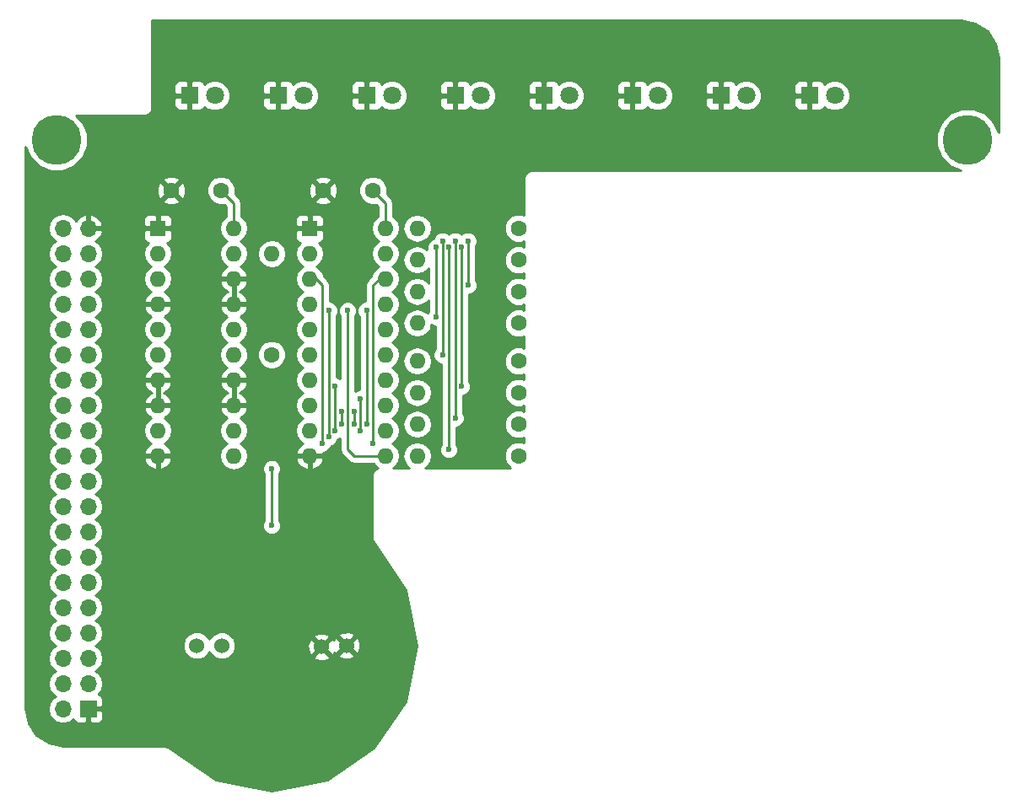
<source format=gbl>
G04 #@! TF.FileFunction,Copper,L2,Bot,Signal*
%FSLAX46Y46*%
G04 Gerber Fmt 4.6, Leading zero omitted, Abs format (unit mm)*
G04 Created by KiCad (PCBNEW 4.0.7) date 11/16/19 02:17:40*
%MOMM*%
%LPD*%
G01*
G04 APERTURE LIST*
%ADD10C,0.100000*%
%ADD11R,1.700000X1.700000*%
%ADD12O,1.700000X1.700000*%
%ADD13C,5.000000*%
%ADD14C,1.600000*%
%ADD15O,1.600000X1.600000*%
%ADD16R,1.600000X1.600000*%
%ADD17R,1.800000X1.800000*%
%ADD18C,1.800000*%
%ADD19C,1.524000*%
%ADD20C,0.600000*%
%ADD21C,0.250000*%
%ADD22C,0.254000*%
G04 APERTURE END LIST*
D10*
D11*
X107315000Y-132080000D03*
D12*
X104775000Y-132080000D03*
X107315000Y-129540000D03*
X104775000Y-129540000D03*
X107315000Y-127000000D03*
X104775000Y-127000000D03*
X107315000Y-124460000D03*
X104775000Y-124460000D03*
X107315000Y-121920000D03*
X104775000Y-121920000D03*
X107315000Y-119380000D03*
X104775000Y-119380000D03*
X107315000Y-116840000D03*
X104775000Y-116840000D03*
X107315000Y-114300000D03*
X104775000Y-114300000D03*
X107315000Y-111760000D03*
X104775000Y-111760000D03*
X107315000Y-109220000D03*
X104775000Y-109220000D03*
X107315000Y-106680000D03*
X104775000Y-106680000D03*
X107315000Y-104140000D03*
X104775000Y-104140000D03*
X107315000Y-101600000D03*
X104775000Y-101600000D03*
X107315000Y-99060000D03*
X104775000Y-99060000D03*
X107315000Y-96520000D03*
X104775000Y-96520000D03*
X107315000Y-93980000D03*
X104775000Y-93980000D03*
X107315000Y-91440000D03*
X104775000Y-91440000D03*
X107315000Y-88900000D03*
X104775000Y-88900000D03*
X107315000Y-86360000D03*
X104775000Y-86360000D03*
X107315000Y-83820000D03*
X104775000Y-83820000D03*
D13*
X195580000Y-74930000D03*
X104140000Y-74930000D03*
D14*
X135890000Y-80010000D03*
X130890000Y-80010000D03*
X120650000Y-80010000D03*
X115650000Y-80010000D03*
X150495000Y-83820000D03*
D15*
X140335000Y-83820000D03*
D14*
X150495000Y-90170000D03*
D15*
X140335000Y-90170000D03*
D14*
X150495000Y-100330000D03*
D15*
X140335000Y-100330000D03*
D14*
X150495000Y-103505000D03*
D15*
X140335000Y-103505000D03*
D14*
X150495000Y-106680000D03*
D15*
X140335000Y-106680000D03*
D14*
X150495000Y-97155000D03*
D15*
X140335000Y-97155000D03*
D14*
X150495000Y-93345000D03*
D15*
X140335000Y-93345000D03*
D14*
X150495000Y-86995000D03*
D15*
X140335000Y-86995000D03*
D16*
X129540000Y-83820000D03*
D15*
X137160000Y-106680000D03*
X129540000Y-86360000D03*
X137160000Y-104140000D03*
X129540000Y-88900000D03*
X137160000Y-101600000D03*
X129540000Y-91440000D03*
X137160000Y-99060000D03*
X129540000Y-93980000D03*
X137160000Y-96520000D03*
X129540000Y-96520000D03*
X137160000Y-93980000D03*
X129540000Y-99060000D03*
X137160000Y-91440000D03*
X129540000Y-101600000D03*
X137160000Y-88900000D03*
X129540000Y-104140000D03*
X137160000Y-86360000D03*
X129540000Y-106680000D03*
X137160000Y-83820000D03*
D17*
X179705000Y-70485000D03*
D18*
X182245000Y-70485000D03*
D17*
X161925000Y-70485000D03*
D18*
X164465000Y-70485000D03*
D17*
X153035000Y-70485000D03*
D18*
X155575000Y-70485000D03*
D17*
X144145000Y-70485000D03*
D18*
X146685000Y-70485000D03*
D17*
X135255000Y-70485000D03*
D18*
X137795000Y-70485000D03*
D17*
X126365000Y-70485000D03*
D18*
X128905000Y-70485000D03*
D17*
X117475000Y-70485000D03*
D18*
X120015000Y-70485000D03*
D19*
X130730000Y-125857000D03*
X120730000Y-125730000D03*
X118230000Y-125730000D03*
X133230000Y-125730000D03*
D16*
X114300000Y-83820000D03*
D15*
X121920000Y-106680000D03*
X114300000Y-86360000D03*
X121920000Y-104140000D03*
X114300000Y-88900000D03*
X121920000Y-101600000D03*
X114300000Y-91440000D03*
X121920000Y-99060000D03*
X114300000Y-93980000D03*
X121920000Y-96520000D03*
X114300000Y-96520000D03*
X121920000Y-93980000D03*
X114300000Y-99060000D03*
X121920000Y-91440000D03*
X114300000Y-101600000D03*
X121920000Y-88900000D03*
X114300000Y-104140000D03*
X121920000Y-86360000D03*
X114300000Y-106680000D03*
X121920000Y-83820000D03*
D17*
X170815000Y-70485000D03*
D18*
X173355000Y-70485000D03*
D14*
X125730000Y-96520000D03*
D15*
X125730000Y-86360000D03*
D20*
X145415000Y-89535000D03*
X145415000Y-85090000D03*
X135890000Y-105410000D03*
X135255000Y-92075000D03*
X135255000Y-103505000D03*
X134620000Y-104140000D03*
X134620000Y-100965000D03*
X133985000Y-102235000D03*
X133985000Y-103505000D03*
X132715000Y-102235000D03*
X132715000Y-103505000D03*
X132080000Y-104140000D03*
X132080000Y-99695000D03*
X131445000Y-104775000D03*
X131445000Y-92075000D03*
X130810000Y-105410000D03*
X144780000Y-99695000D03*
X144780000Y-85725000D03*
X144145000Y-102870000D03*
X144145000Y-85090000D03*
X143510000Y-85725000D03*
X143510000Y-106045000D03*
X142875000Y-96520000D03*
X142875000Y-85090000D03*
X142240000Y-92710000D03*
X142240000Y-85725000D03*
X133350000Y-92075000D03*
X125730000Y-107950000D03*
X125730000Y-113665000D03*
D21*
X137160000Y-83820000D02*
X137160000Y-81280000D01*
X137160000Y-81280000D02*
X135890000Y-80010000D01*
X121920000Y-83820000D02*
X121920000Y-81280000D01*
X121920000Y-81280000D02*
X120650000Y-80010000D01*
X145415000Y-85090000D02*
X145415000Y-89535000D01*
X135890000Y-89535000D02*
X136525000Y-88900000D01*
X135890000Y-105410000D02*
X135890000Y-89535000D01*
X136525000Y-88900000D02*
X137160000Y-88900000D01*
X135255000Y-103505000D02*
X135255000Y-92075000D01*
X134620000Y-100965000D02*
X134620000Y-104140000D01*
X133985000Y-103505000D02*
X133985000Y-102235000D01*
X132715000Y-103505000D02*
X132715000Y-102235000D01*
X132080000Y-99695000D02*
X132080000Y-104140000D01*
X131445000Y-92075000D02*
X131445000Y-104775000D01*
X130810000Y-89535000D02*
X130175000Y-88900000D01*
X130810000Y-105410000D02*
X130810000Y-89535000D01*
X130175000Y-88900000D02*
X129540000Y-88900000D01*
X144780000Y-85725000D02*
X144780000Y-99695000D01*
X144145000Y-85090000D02*
X144145000Y-102870000D01*
X143510000Y-85725000D02*
X143510000Y-106045000D01*
X142875000Y-85090000D02*
X142875000Y-96520000D01*
X142240000Y-85725000D02*
X142240000Y-92710000D01*
X133985000Y-106680000D02*
X137160000Y-106680000D01*
X133350000Y-106045000D02*
X133985000Y-106680000D01*
X133350000Y-92075000D02*
X133350000Y-106045000D01*
X125730000Y-113665000D02*
X125730000Y-107950000D01*
D22*
G36*
X196369001Y-63237161D02*
X197576209Y-64043791D01*
X198382839Y-65251001D01*
X198680000Y-66744931D01*
X198680000Y-74223125D01*
X198239273Y-73156485D01*
X197358153Y-72273826D01*
X196206326Y-71795546D01*
X194959146Y-71794457D01*
X193806485Y-72270727D01*
X192923826Y-73151847D01*
X192445546Y-74303674D01*
X192444457Y-75550854D01*
X192920727Y-76703515D01*
X193801847Y-77586174D01*
X194870699Y-78030000D01*
X151765000Y-78030000D01*
X151493295Y-78084046D01*
X151262954Y-78237954D01*
X151109046Y-78468295D01*
X151055000Y-78740000D01*
X151055000Y-82498738D01*
X150781691Y-82385250D01*
X150210813Y-82384752D01*
X149683200Y-82602757D01*
X149279176Y-83006077D01*
X149060250Y-83533309D01*
X149059752Y-84104187D01*
X149277757Y-84631800D01*
X149681077Y-85035824D01*
X150208309Y-85254750D01*
X150779187Y-85255248D01*
X151055000Y-85141285D01*
X151055000Y-85673738D01*
X150781691Y-85560250D01*
X150210813Y-85559752D01*
X149683200Y-85777757D01*
X149279176Y-86181077D01*
X149060250Y-86708309D01*
X149059752Y-87279187D01*
X149277757Y-87806800D01*
X149681077Y-88210824D01*
X150208309Y-88429750D01*
X150779187Y-88430248D01*
X151055000Y-88316285D01*
X151055000Y-88848738D01*
X150781691Y-88735250D01*
X150210813Y-88734752D01*
X149683200Y-88952757D01*
X149279176Y-89356077D01*
X149060250Y-89883309D01*
X149059752Y-90454187D01*
X149277757Y-90981800D01*
X149681077Y-91385824D01*
X150208309Y-91604750D01*
X150779187Y-91605248D01*
X151055000Y-91491285D01*
X151055000Y-92023738D01*
X150781691Y-91910250D01*
X150210813Y-91909752D01*
X149683200Y-92127757D01*
X149279176Y-92531077D01*
X149060250Y-93058309D01*
X149059752Y-93629187D01*
X149277757Y-94156800D01*
X149681077Y-94560824D01*
X150208309Y-94779750D01*
X150779187Y-94780248D01*
X151055000Y-94666285D01*
X151055000Y-95833738D01*
X150781691Y-95720250D01*
X150210813Y-95719752D01*
X149683200Y-95937757D01*
X149279176Y-96341077D01*
X149060250Y-96868309D01*
X149059752Y-97439187D01*
X149277757Y-97966800D01*
X149681077Y-98370824D01*
X150208309Y-98589750D01*
X150779187Y-98590248D01*
X151055000Y-98476285D01*
X151055000Y-99008738D01*
X150781691Y-98895250D01*
X150210813Y-98894752D01*
X149683200Y-99112757D01*
X149279176Y-99516077D01*
X149060250Y-100043309D01*
X149059752Y-100614187D01*
X149277757Y-101141800D01*
X149681077Y-101545824D01*
X150208309Y-101764750D01*
X150779187Y-101765248D01*
X151055000Y-101651285D01*
X151055000Y-102183738D01*
X150781691Y-102070250D01*
X150210813Y-102069752D01*
X149683200Y-102287757D01*
X149279176Y-102691077D01*
X149060250Y-103218309D01*
X149059752Y-103789187D01*
X149277757Y-104316800D01*
X149681077Y-104720824D01*
X150208309Y-104939750D01*
X150779187Y-104940248D01*
X151055000Y-104826285D01*
X151055000Y-105358738D01*
X150781691Y-105245250D01*
X150210813Y-105244752D01*
X149683200Y-105462757D01*
X149279176Y-105866077D01*
X149060250Y-106393309D01*
X149059752Y-106964187D01*
X149277757Y-107491800D01*
X149660289Y-107875000D01*
X141107970Y-107875000D01*
X141377811Y-107694698D01*
X141688880Y-107229151D01*
X141798113Y-106680000D01*
X141688880Y-106130849D01*
X141377811Y-105665302D01*
X140912264Y-105354233D01*
X140363113Y-105245000D01*
X140306887Y-105245000D01*
X139757736Y-105354233D01*
X139292189Y-105665302D01*
X138981120Y-106130849D01*
X138871887Y-106680000D01*
X138981120Y-107229151D01*
X139292189Y-107694698D01*
X139562030Y-107875000D01*
X137932970Y-107875000D01*
X138202811Y-107694698D01*
X138513880Y-107229151D01*
X138623113Y-106680000D01*
X138513880Y-106130849D01*
X138202811Y-105665302D01*
X137820725Y-105410000D01*
X138202811Y-105154698D01*
X138513880Y-104689151D01*
X138623113Y-104140000D01*
X138513880Y-103590849D01*
X138456518Y-103505000D01*
X138871887Y-103505000D01*
X138981120Y-104054151D01*
X139292189Y-104519698D01*
X139757736Y-104830767D01*
X140306887Y-104940000D01*
X140363113Y-104940000D01*
X140912264Y-104830767D01*
X141377811Y-104519698D01*
X141688880Y-104054151D01*
X141798113Y-103505000D01*
X141688880Y-102955849D01*
X141377811Y-102490302D01*
X140912264Y-102179233D01*
X140363113Y-102070000D01*
X140306887Y-102070000D01*
X139757736Y-102179233D01*
X139292189Y-102490302D01*
X138981120Y-102955849D01*
X138871887Y-103505000D01*
X138456518Y-103505000D01*
X138202811Y-103125302D01*
X137820725Y-102870000D01*
X138202811Y-102614698D01*
X138513880Y-102149151D01*
X138623113Y-101600000D01*
X138513880Y-101050849D01*
X138202811Y-100585302D01*
X137820725Y-100330000D01*
X138871887Y-100330000D01*
X138981120Y-100879151D01*
X139292189Y-101344698D01*
X139757736Y-101655767D01*
X140306887Y-101765000D01*
X140363113Y-101765000D01*
X140912264Y-101655767D01*
X141377811Y-101344698D01*
X141688880Y-100879151D01*
X141798113Y-100330000D01*
X141688880Y-99780849D01*
X141377811Y-99315302D01*
X140912264Y-99004233D01*
X140363113Y-98895000D01*
X140306887Y-98895000D01*
X139757736Y-99004233D01*
X139292189Y-99315302D01*
X138981120Y-99780849D01*
X138871887Y-100330000D01*
X137820725Y-100330000D01*
X138202811Y-100074698D01*
X138513880Y-99609151D01*
X138623113Y-99060000D01*
X138513880Y-98510849D01*
X138202811Y-98045302D01*
X137820725Y-97790000D01*
X138202811Y-97534698D01*
X138456517Y-97155000D01*
X138871887Y-97155000D01*
X138981120Y-97704151D01*
X139292189Y-98169698D01*
X139757736Y-98480767D01*
X140306887Y-98590000D01*
X140363113Y-98590000D01*
X140912264Y-98480767D01*
X141377811Y-98169698D01*
X141688880Y-97704151D01*
X141798113Y-97155000D01*
X141688880Y-96605849D01*
X141377811Y-96140302D01*
X140912264Y-95829233D01*
X140363113Y-95720000D01*
X140306887Y-95720000D01*
X139757736Y-95829233D01*
X139292189Y-96140302D01*
X138981120Y-96605849D01*
X138871887Y-97155000D01*
X138456517Y-97155000D01*
X138513880Y-97069151D01*
X138623113Y-96520000D01*
X138513880Y-95970849D01*
X138202811Y-95505302D01*
X137820725Y-95250000D01*
X138202811Y-94994698D01*
X138513880Y-94529151D01*
X138623113Y-93980000D01*
X138513880Y-93430849D01*
X138202811Y-92965302D01*
X137820725Y-92710000D01*
X138202811Y-92454698D01*
X138513880Y-91989151D01*
X138623113Y-91440000D01*
X138513880Y-90890849D01*
X138202811Y-90425302D01*
X137820725Y-90170000D01*
X138202811Y-89914698D01*
X138513880Y-89449151D01*
X138623113Y-88900000D01*
X138513880Y-88350849D01*
X138202811Y-87885302D01*
X137820725Y-87630000D01*
X138202811Y-87374698D01*
X138456517Y-86995000D01*
X138871887Y-86995000D01*
X138981120Y-87544151D01*
X139292189Y-88009698D01*
X139757736Y-88320767D01*
X140306887Y-88430000D01*
X140363113Y-88430000D01*
X140912264Y-88320767D01*
X141377811Y-88009698D01*
X141480000Y-87856762D01*
X141480000Y-89308238D01*
X141377811Y-89155302D01*
X140912264Y-88844233D01*
X140363113Y-88735000D01*
X140306887Y-88735000D01*
X139757736Y-88844233D01*
X139292189Y-89155302D01*
X138981120Y-89620849D01*
X138871887Y-90170000D01*
X138981120Y-90719151D01*
X139292189Y-91184698D01*
X139757736Y-91495767D01*
X140306887Y-91605000D01*
X140363113Y-91605000D01*
X140912264Y-91495767D01*
X141377811Y-91184698D01*
X141480000Y-91031762D01*
X141480000Y-92147537D01*
X141447808Y-92179673D01*
X141382406Y-92337178D01*
X141377811Y-92330302D01*
X140912264Y-92019233D01*
X140363113Y-91910000D01*
X140306887Y-91910000D01*
X139757736Y-92019233D01*
X139292189Y-92330302D01*
X138981120Y-92795849D01*
X138871887Y-93345000D01*
X138981120Y-93894151D01*
X139292189Y-94359698D01*
X139757736Y-94670767D01*
X140306887Y-94780000D01*
X140363113Y-94780000D01*
X140912264Y-94670767D01*
X141377811Y-94359698D01*
X141688880Y-93894151D01*
X141762484Y-93524121D01*
X142053201Y-93644838D01*
X142115000Y-93644892D01*
X142115000Y-95957537D01*
X142082808Y-95989673D01*
X141940162Y-96333201D01*
X141939838Y-96705167D01*
X142081883Y-97048943D01*
X142344673Y-97312192D01*
X142688201Y-97454838D01*
X142750000Y-97454892D01*
X142750000Y-105482537D01*
X142717808Y-105514673D01*
X142575162Y-105858201D01*
X142574838Y-106230167D01*
X142716883Y-106573943D01*
X142979673Y-106837192D01*
X143323201Y-106979838D01*
X143695167Y-106980162D01*
X144038943Y-106838117D01*
X144302192Y-106575327D01*
X144444838Y-106231799D01*
X144445162Y-105859833D01*
X144303117Y-105516057D01*
X144270000Y-105482882D01*
X144270000Y-103805110D01*
X144330167Y-103805162D01*
X144673943Y-103663117D01*
X144937192Y-103400327D01*
X145079838Y-103056799D01*
X145080162Y-102684833D01*
X144938117Y-102341057D01*
X144905000Y-102307882D01*
X144905000Y-100630110D01*
X144965167Y-100630162D01*
X145308943Y-100488117D01*
X145572192Y-100225327D01*
X145714838Y-99881799D01*
X145715162Y-99509833D01*
X145573117Y-99166057D01*
X145540000Y-99132882D01*
X145540000Y-90470110D01*
X145600167Y-90470162D01*
X145943943Y-90328117D01*
X146207192Y-90065327D01*
X146349838Y-89721799D01*
X146350162Y-89349833D01*
X146208117Y-89006057D01*
X146175000Y-88972882D01*
X146175000Y-85652463D01*
X146207192Y-85620327D01*
X146349838Y-85276799D01*
X146350162Y-84904833D01*
X146208117Y-84561057D01*
X145945327Y-84297808D01*
X145601799Y-84155162D01*
X145229833Y-84154838D01*
X144886057Y-84296883D01*
X144780046Y-84402710D01*
X144675327Y-84297808D01*
X144331799Y-84155162D01*
X143959833Y-84154838D01*
X143616057Y-84296883D01*
X143510046Y-84402710D01*
X143405327Y-84297808D01*
X143061799Y-84155162D01*
X142689833Y-84154838D01*
X142346057Y-84296883D01*
X142082808Y-84559673D01*
X141973235Y-84823554D01*
X141711057Y-84931883D01*
X141447808Y-85194673D01*
X141305162Y-85538201D01*
X141304838Y-85910167D01*
X141317039Y-85939695D01*
X140912264Y-85669233D01*
X140363113Y-85560000D01*
X140306887Y-85560000D01*
X139757736Y-85669233D01*
X139292189Y-85980302D01*
X138981120Y-86445849D01*
X138871887Y-86995000D01*
X138456517Y-86995000D01*
X138513880Y-86909151D01*
X138623113Y-86360000D01*
X138513880Y-85810849D01*
X138202811Y-85345302D01*
X137820725Y-85090000D01*
X138202811Y-84834698D01*
X138513880Y-84369151D01*
X138623113Y-83820000D01*
X138871887Y-83820000D01*
X138981120Y-84369151D01*
X139292189Y-84834698D01*
X139757736Y-85145767D01*
X140306887Y-85255000D01*
X140363113Y-85255000D01*
X140912264Y-85145767D01*
X141377811Y-84834698D01*
X141688880Y-84369151D01*
X141798113Y-83820000D01*
X141688880Y-83270849D01*
X141377811Y-82805302D01*
X140912264Y-82494233D01*
X140363113Y-82385000D01*
X140306887Y-82385000D01*
X139757736Y-82494233D01*
X139292189Y-82805302D01*
X138981120Y-83270849D01*
X138871887Y-83820000D01*
X138623113Y-83820000D01*
X138513880Y-83270849D01*
X138202811Y-82805302D01*
X137920000Y-82616333D01*
X137920000Y-81280000D01*
X137862148Y-80989161D01*
X137862148Y-80989160D01*
X137697401Y-80742599D01*
X137303256Y-80348454D01*
X137324750Y-80296691D01*
X137325248Y-79725813D01*
X137107243Y-79198200D01*
X136703923Y-78794176D01*
X136176691Y-78575250D01*
X135605813Y-78574752D01*
X135078200Y-78792757D01*
X134674176Y-79196077D01*
X134455250Y-79723309D01*
X134454752Y-80294187D01*
X134672757Y-80821800D01*
X135076077Y-81225824D01*
X135603309Y-81444750D01*
X136174187Y-81445248D01*
X136228149Y-81422951D01*
X136400000Y-81594802D01*
X136400000Y-82616333D01*
X136117189Y-82805302D01*
X135806120Y-83270849D01*
X135696887Y-83820000D01*
X135806120Y-84369151D01*
X136117189Y-84834698D01*
X136499275Y-85090000D01*
X136117189Y-85345302D01*
X135806120Y-85810849D01*
X135696887Y-86360000D01*
X135806120Y-86909151D01*
X136117189Y-87374698D01*
X136499275Y-87630000D01*
X136117189Y-87885302D01*
X135806120Y-88350849D01*
X135758141Y-88592057D01*
X135352599Y-88997599D01*
X135187852Y-89244161D01*
X135130000Y-89535000D01*
X135130000Y-91139890D01*
X135069833Y-91139838D01*
X134726057Y-91281883D01*
X134462808Y-91544673D01*
X134320162Y-91888201D01*
X134319838Y-92260167D01*
X134461883Y-92603943D01*
X134495000Y-92637118D01*
X134495000Y-100029890D01*
X134434833Y-100029838D01*
X134110000Y-100164056D01*
X134110000Y-92637463D01*
X134142192Y-92605327D01*
X134284838Y-92261799D01*
X134285162Y-91889833D01*
X134143117Y-91546057D01*
X133880327Y-91282808D01*
X133536799Y-91140162D01*
X133164833Y-91139838D01*
X132821057Y-91281883D01*
X132557808Y-91544673D01*
X132415162Y-91888201D01*
X132414838Y-92260167D01*
X132556883Y-92603943D01*
X132590000Y-92637118D01*
X132590000Y-98894367D01*
X132266799Y-98760162D01*
X132205000Y-98760108D01*
X132205000Y-92637463D01*
X132237192Y-92605327D01*
X132379838Y-92261799D01*
X132380162Y-91889833D01*
X132238117Y-91546057D01*
X131975327Y-91282808D01*
X131631799Y-91140162D01*
X131570000Y-91140108D01*
X131570000Y-89535000D01*
X131512148Y-89244161D01*
X131347401Y-88997599D01*
X130941859Y-88592057D01*
X130893880Y-88350849D01*
X130582811Y-87885302D01*
X130200725Y-87630000D01*
X130582811Y-87374698D01*
X130893880Y-86909151D01*
X131003113Y-86360000D01*
X130893880Y-85810849D01*
X130582811Y-85345302D01*
X130447665Y-85255000D01*
X130466309Y-85255000D01*
X130699698Y-85158327D01*
X130878327Y-84979699D01*
X130975000Y-84746310D01*
X130975000Y-84105750D01*
X130816250Y-83947000D01*
X129667000Y-83947000D01*
X129667000Y-83967000D01*
X129413000Y-83967000D01*
X129413000Y-83947000D01*
X128263750Y-83947000D01*
X128105000Y-84105750D01*
X128105000Y-84746310D01*
X128201673Y-84979699D01*
X128380302Y-85158327D01*
X128613691Y-85255000D01*
X128632335Y-85255000D01*
X128497189Y-85345302D01*
X128186120Y-85810849D01*
X128076887Y-86360000D01*
X128186120Y-86909151D01*
X128497189Y-87374698D01*
X128879275Y-87630000D01*
X128497189Y-87885302D01*
X128186120Y-88350849D01*
X128076887Y-88900000D01*
X128186120Y-89449151D01*
X128497189Y-89914698D01*
X128879275Y-90170000D01*
X128497189Y-90425302D01*
X128186120Y-90890849D01*
X128076887Y-91440000D01*
X128186120Y-91989151D01*
X128497189Y-92454698D01*
X128879275Y-92710000D01*
X128497189Y-92965302D01*
X128186120Y-93430849D01*
X128076887Y-93980000D01*
X128186120Y-94529151D01*
X128497189Y-94994698D01*
X128879275Y-95250000D01*
X128497189Y-95505302D01*
X128186120Y-95970849D01*
X128076887Y-96520000D01*
X128186120Y-97069151D01*
X128497189Y-97534698D01*
X128879275Y-97790000D01*
X128497189Y-98045302D01*
X128186120Y-98510849D01*
X128076887Y-99060000D01*
X128186120Y-99609151D01*
X128497189Y-100074698D01*
X128879275Y-100330000D01*
X128497189Y-100585302D01*
X128186120Y-101050849D01*
X128076887Y-101600000D01*
X128186120Y-102149151D01*
X128497189Y-102614698D01*
X128879275Y-102870000D01*
X128497189Y-103125302D01*
X128186120Y-103590849D01*
X128076887Y-104140000D01*
X128186120Y-104689151D01*
X128497189Y-105154698D01*
X128901703Y-105424986D01*
X128684866Y-105527611D01*
X128308959Y-105942577D01*
X128148096Y-106330961D01*
X128270085Y-106553000D01*
X129413000Y-106553000D01*
X129413000Y-106533000D01*
X129667000Y-106533000D01*
X129667000Y-106553000D01*
X130809915Y-106553000D01*
X130924136Y-106345100D01*
X130995167Y-106345162D01*
X131338943Y-106203117D01*
X131602192Y-105940327D01*
X131711765Y-105676446D01*
X131973943Y-105568117D01*
X132237192Y-105305327D01*
X132346765Y-105041446D01*
X132590000Y-104940944D01*
X132590000Y-106045000D01*
X132647852Y-106335839D01*
X132812599Y-106582401D01*
X133447599Y-107217401D01*
X133694161Y-107382148D01*
X133985000Y-107440000D01*
X135947005Y-107440000D01*
X136117189Y-107694698D01*
X136418681Y-107896148D01*
X136253295Y-107929046D01*
X136022954Y-108082954D01*
X135869046Y-108313295D01*
X135815000Y-108585000D01*
X135815000Y-114935000D01*
X135828643Y-115003586D01*
X135828643Y-115073514D01*
X135855403Y-115138119D01*
X135869046Y-115206705D01*
X135907896Y-115264849D01*
X135934657Y-115329455D01*
X139165541Y-120164817D01*
X140272526Y-125730000D01*
X139165541Y-131295183D01*
X136013119Y-136013119D01*
X131295185Y-139165541D01*
X125729998Y-140272525D01*
X120164817Y-139165541D01*
X115329455Y-135934657D01*
X115264849Y-135907896D01*
X115206705Y-135869046D01*
X115138119Y-135855403D01*
X115073514Y-135828643D01*
X115003586Y-135828643D01*
X114935000Y-135815000D01*
X104844931Y-135815000D01*
X103351001Y-135517839D01*
X102143791Y-134711209D01*
X101337161Y-133504001D01*
X101040000Y-132010069D01*
X101040000Y-83820000D01*
X103260907Y-83820000D01*
X103373946Y-84388285D01*
X103695853Y-84870054D01*
X104025026Y-85090000D01*
X103695853Y-85309946D01*
X103373946Y-85791715D01*
X103260907Y-86360000D01*
X103373946Y-86928285D01*
X103695853Y-87410054D01*
X104025026Y-87630000D01*
X103695853Y-87849946D01*
X103373946Y-88331715D01*
X103260907Y-88900000D01*
X103373946Y-89468285D01*
X103695853Y-89950054D01*
X104025026Y-90170000D01*
X103695853Y-90389946D01*
X103373946Y-90871715D01*
X103260907Y-91440000D01*
X103373946Y-92008285D01*
X103695853Y-92490054D01*
X104025026Y-92710000D01*
X103695853Y-92929946D01*
X103373946Y-93411715D01*
X103260907Y-93980000D01*
X103373946Y-94548285D01*
X103695853Y-95030054D01*
X104025026Y-95250000D01*
X103695853Y-95469946D01*
X103373946Y-95951715D01*
X103260907Y-96520000D01*
X103373946Y-97088285D01*
X103695853Y-97570054D01*
X104025026Y-97790000D01*
X103695853Y-98009946D01*
X103373946Y-98491715D01*
X103260907Y-99060000D01*
X103373946Y-99628285D01*
X103695853Y-100110054D01*
X104025026Y-100330000D01*
X103695853Y-100549946D01*
X103373946Y-101031715D01*
X103260907Y-101600000D01*
X103373946Y-102168285D01*
X103695853Y-102650054D01*
X104025026Y-102870000D01*
X103695853Y-103089946D01*
X103373946Y-103571715D01*
X103260907Y-104140000D01*
X103373946Y-104708285D01*
X103695853Y-105190054D01*
X104025026Y-105410000D01*
X103695853Y-105629946D01*
X103373946Y-106111715D01*
X103260907Y-106680000D01*
X103373946Y-107248285D01*
X103695853Y-107730054D01*
X104025026Y-107950000D01*
X103695853Y-108169946D01*
X103373946Y-108651715D01*
X103260907Y-109220000D01*
X103373946Y-109788285D01*
X103695853Y-110270054D01*
X104025026Y-110490000D01*
X103695853Y-110709946D01*
X103373946Y-111191715D01*
X103260907Y-111760000D01*
X103373946Y-112328285D01*
X103695853Y-112810054D01*
X104025026Y-113030000D01*
X103695853Y-113249946D01*
X103373946Y-113731715D01*
X103260907Y-114300000D01*
X103373946Y-114868285D01*
X103695853Y-115350054D01*
X104025026Y-115570000D01*
X103695853Y-115789946D01*
X103373946Y-116271715D01*
X103260907Y-116840000D01*
X103373946Y-117408285D01*
X103695853Y-117890054D01*
X104025026Y-118110000D01*
X103695853Y-118329946D01*
X103373946Y-118811715D01*
X103260907Y-119380000D01*
X103373946Y-119948285D01*
X103695853Y-120430054D01*
X104025026Y-120650000D01*
X103695853Y-120869946D01*
X103373946Y-121351715D01*
X103260907Y-121920000D01*
X103373946Y-122488285D01*
X103695853Y-122970054D01*
X104025026Y-123190000D01*
X103695853Y-123409946D01*
X103373946Y-123891715D01*
X103260907Y-124460000D01*
X103373946Y-125028285D01*
X103695853Y-125510054D01*
X104025026Y-125730000D01*
X103695853Y-125949946D01*
X103373946Y-126431715D01*
X103260907Y-127000000D01*
X103373946Y-127568285D01*
X103695853Y-128050054D01*
X104025026Y-128270000D01*
X103695853Y-128489946D01*
X103373946Y-128971715D01*
X103260907Y-129540000D01*
X103373946Y-130108285D01*
X103695853Y-130590054D01*
X104025026Y-130810000D01*
X103695853Y-131029946D01*
X103373946Y-131511715D01*
X103260907Y-132080000D01*
X103373946Y-132648285D01*
X103695853Y-133130054D01*
X104177622Y-133451961D01*
X104745907Y-133565000D01*
X104804093Y-133565000D01*
X105372378Y-133451961D01*
X105854147Y-133130054D01*
X105858097Y-133124142D01*
X105926673Y-133289699D01*
X106105302Y-133468327D01*
X106338691Y-133565000D01*
X107029250Y-133565000D01*
X107188000Y-133406250D01*
X107188000Y-132207000D01*
X107442000Y-132207000D01*
X107442000Y-133406250D01*
X107600750Y-133565000D01*
X108291309Y-133565000D01*
X108524698Y-133468327D01*
X108703327Y-133289699D01*
X108800000Y-133056310D01*
X108800000Y-132365750D01*
X108641250Y-132207000D01*
X107442000Y-132207000D01*
X107188000Y-132207000D01*
X107168000Y-132207000D01*
X107168000Y-131953000D01*
X107188000Y-131953000D01*
X107188000Y-131933000D01*
X107442000Y-131933000D01*
X107442000Y-131953000D01*
X108641250Y-131953000D01*
X108800000Y-131794250D01*
X108800000Y-131103690D01*
X108703327Y-130870301D01*
X108524698Y-130691673D01*
X108350223Y-130619403D01*
X108394147Y-130590054D01*
X108716054Y-130108285D01*
X108829093Y-129540000D01*
X108716054Y-128971715D01*
X108394147Y-128489946D01*
X108064974Y-128270000D01*
X108394147Y-128050054D01*
X108716054Y-127568285D01*
X108829093Y-127000000D01*
X108716054Y-126431715D01*
X108432043Y-126006661D01*
X116832758Y-126006661D01*
X117044990Y-126520303D01*
X117437630Y-126913629D01*
X117950900Y-127126757D01*
X118506661Y-127127242D01*
X119020303Y-126915010D01*
X119413629Y-126522370D01*
X119479900Y-126362772D01*
X119544990Y-126520303D01*
X119937630Y-126913629D01*
X120450900Y-127126757D01*
X121006661Y-127127242D01*
X121520303Y-126915010D01*
X121598235Y-126837213D01*
X129929392Y-126837213D01*
X129998857Y-127079397D01*
X130522302Y-127266144D01*
X131077368Y-127238362D01*
X131461143Y-127079397D01*
X131530608Y-126837213D01*
X131403608Y-126710213D01*
X132429392Y-126710213D01*
X132498857Y-126952397D01*
X133022302Y-127139144D01*
X133577368Y-127111362D01*
X133961143Y-126952397D01*
X134030608Y-126710213D01*
X133230000Y-125909605D01*
X132429392Y-126710213D01*
X131403608Y-126710213D01*
X130730000Y-126036605D01*
X129929392Y-126837213D01*
X121598235Y-126837213D01*
X121913629Y-126522370D01*
X122126757Y-126009100D01*
X122127070Y-125649302D01*
X129320856Y-125649302D01*
X129348638Y-126204368D01*
X129507603Y-126588143D01*
X129749787Y-126657608D01*
X130550395Y-125857000D01*
X130909605Y-125857000D01*
X131710213Y-126657608D01*
X131952397Y-126588143D01*
X132002286Y-126448306D01*
X132007603Y-126461143D01*
X132249787Y-126530608D01*
X133050395Y-125730000D01*
X133409605Y-125730000D01*
X134210213Y-126530608D01*
X134452397Y-126461143D01*
X134639144Y-125937698D01*
X134611362Y-125382632D01*
X134452397Y-124998857D01*
X134210213Y-124929392D01*
X133409605Y-125730000D01*
X133050395Y-125730000D01*
X132249787Y-124929392D01*
X132007603Y-124998857D01*
X131957714Y-125138694D01*
X131952397Y-125125857D01*
X131710213Y-125056392D01*
X130909605Y-125857000D01*
X130550395Y-125857000D01*
X129749787Y-125056392D01*
X129507603Y-125125857D01*
X129320856Y-125649302D01*
X122127070Y-125649302D01*
X122127242Y-125453339D01*
X121915010Y-124939697D01*
X121852210Y-124876787D01*
X129929392Y-124876787D01*
X130730000Y-125677395D01*
X131530608Y-124876787D01*
X131494181Y-124749787D01*
X132429392Y-124749787D01*
X133230000Y-125550395D01*
X134030608Y-124749787D01*
X133961143Y-124507603D01*
X133437698Y-124320856D01*
X132882632Y-124348638D01*
X132498857Y-124507603D01*
X132429392Y-124749787D01*
X131494181Y-124749787D01*
X131461143Y-124634603D01*
X130937698Y-124447856D01*
X130382632Y-124475638D01*
X129998857Y-124634603D01*
X129929392Y-124876787D01*
X121852210Y-124876787D01*
X121522370Y-124546371D01*
X121009100Y-124333243D01*
X120453339Y-124332758D01*
X119939697Y-124544990D01*
X119546371Y-124937630D01*
X119480100Y-125097228D01*
X119415010Y-124939697D01*
X119022370Y-124546371D01*
X118509100Y-124333243D01*
X117953339Y-124332758D01*
X117439697Y-124544990D01*
X117046371Y-124937630D01*
X116833243Y-125450900D01*
X116832758Y-126006661D01*
X108432043Y-126006661D01*
X108394147Y-125949946D01*
X108064974Y-125730000D01*
X108394147Y-125510054D01*
X108716054Y-125028285D01*
X108829093Y-124460000D01*
X108716054Y-123891715D01*
X108394147Y-123409946D01*
X108064974Y-123190000D01*
X108394147Y-122970054D01*
X108716054Y-122488285D01*
X108829093Y-121920000D01*
X108716054Y-121351715D01*
X108394147Y-120869946D01*
X108064974Y-120650000D01*
X108394147Y-120430054D01*
X108716054Y-119948285D01*
X108829093Y-119380000D01*
X108716054Y-118811715D01*
X108394147Y-118329946D01*
X108064974Y-118110000D01*
X108394147Y-117890054D01*
X108716054Y-117408285D01*
X108829093Y-116840000D01*
X108716054Y-116271715D01*
X108394147Y-115789946D01*
X108064974Y-115570000D01*
X108394147Y-115350054D01*
X108716054Y-114868285D01*
X108829093Y-114300000D01*
X108716054Y-113731715D01*
X108394147Y-113249946D01*
X108064974Y-113030000D01*
X108394147Y-112810054D01*
X108716054Y-112328285D01*
X108829093Y-111760000D01*
X108716054Y-111191715D01*
X108394147Y-110709946D01*
X108064974Y-110490000D01*
X108394147Y-110270054D01*
X108716054Y-109788285D01*
X108829093Y-109220000D01*
X108716054Y-108651715D01*
X108394147Y-108169946D01*
X108342097Y-108135167D01*
X124794838Y-108135167D01*
X124936883Y-108478943D01*
X124970000Y-108512118D01*
X124970000Y-113102537D01*
X124937808Y-113134673D01*
X124795162Y-113478201D01*
X124794838Y-113850167D01*
X124936883Y-114193943D01*
X125199673Y-114457192D01*
X125543201Y-114599838D01*
X125915167Y-114600162D01*
X126258943Y-114458117D01*
X126522192Y-114195327D01*
X126664838Y-113851799D01*
X126665162Y-113479833D01*
X126523117Y-113136057D01*
X126490000Y-113102882D01*
X126490000Y-108512463D01*
X126522192Y-108480327D01*
X126664838Y-108136799D01*
X126665162Y-107764833D01*
X126523117Y-107421057D01*
X126260327Y-107157808D01*
X125950219Y-107029039D01*
X128148096Y-107029039D01*
X128308959Y-107417423D01*
X128684866Y-107832389D01*
X129190959Y-108071914D01*
X129413000Y-107950629D01*
X129413000Y-106807000D01*
X129667000Y-106807000D01*
X129667000Y-107950629D01*
X129889041Y-108071914D01*
X130395134Y-107832389D01*
X130771041Y-107417423D01*
X130931904Y-107029039D01*
X130809915Y-106807000D01*
X129667000Y-106807000D01*
X129413000Y-106807000D01*
X128270085Y-106807000D01*
X128148096Y-107029039D01*
X125950219Y-107029039D01*
X125916799Y-107015162D01*
X125544833Y-107014838D01*
X125201057Y-107156883D01*
X124937808Y-107419673D01*
X124795162Y-107763201D01*
X124794838Y-108135167D01*
X108342097Y-108135167D01*
X108064974Y-107950000D01*
X108394147Y-107730054D01*
X108716054Y-107248285D01*
X108759664Y-107029039D01*
X112908096Y-107029039D01*
X113068959Y-107417423D01*
X113444866Y-107832389D01*
X113950959Y-108071914D01*
X114173000Y-107950629D01*
X114173000Y-106807000D01*
X114427000Y-106807000D01*
X114427000Y-107950629D01*
X114649041Y-108071914D01*
X115155134Y-107832389D01*
X115531041Y-107417423D01*
X115691904Y-107029039D01*
X115569915Y-106807000D01*
X114427000Y-106807000D01*
X114173000Y-106807000D01*
X113030085Y-106807000D01*
X112908096Y-107029039D01*
X108759664Y-107029039D01*
X108829093Y-106680000D01*
X108716054Y-106111715D01*
X108394147Y-105629946D01*
X108064974Y-105410000D01*
X108394147Y-105190054D01*
X108716054Y-104708285D01*
X108829093Y-104140000D01*
X112836887Y-104140000D01*
X112946120Y-104689151D01*
X113257189Y-105154698D01*
X113661703Y-105424986D01*
X113444866Y-105527611D01*
X113068959Y-105942577D01*
X112908096Y-106330961D01*
X113030085Y-106553000D01*
X114173000Y-106553000D01*
X114173000Y-106533000D01*
X114427000Y-106533000D01*
X114427000Y-106553000D01*
X115569915Y-106553000D01*
X115691904Y-106330961D01*
X115531041Y-105942577D01*
X115155134Y-105527611D01*
X114938297Y-105424986D01*
X115342811Y-105154698D01*
X115653880Y-104689151D01*
X115763113Y-104140000D01*
X120456887Y-104140000D01*
X120566120Y-104689151D01*
X120877189Y-105154698D01*
X121259275Y-105410000D01*
X120877189Y-105665302D01*
X120566120Y-106130849D01*
X120456887Y-106680000D01*
X120566120Y-107229151D01*
X120877189Y-107694698D01*
X121342736Y-108005767D01*
X121891887Y-108115000D01*
X121948113Y-108115000D01*
X122497264Y-108005767D01*
X122962811Y-107694698D01*
X123273880Y-107229151D01*
X123383113Y-106680000D01*
X123273880Y-106130849D01*
X122962811Y-105665302D01*
X122580725Y-105410000D01*
X122962811Y-105154698D01*
X123273880Y-104689151D01*
X123383113Y-104140000D01*
X123273880Y-103590849D01*
X122962811Y-103125302D01*
X122558297Y-102855014D01*
X122775134Y-102752389D01*
X123151041Y-102337423D01*
X123311904Y-101949039D01*
X123189915Y-101727000D01*
X122047000Y-101727000D01*
X122047000Y-101747000D01*
X121793000Y-101747000D01*
X121793000Y-101727000D01*
X120650085Y-101727000D01*
X120528096Y-101949039D01*
X120688959Y-102337423D01*
X121064866Y-102752389D01*
X121281703Y-102855014D01*
X120877189Y-103125302D01*
X120566120Y-103590849D01*
X120456887Y-104140000D01*
X115763113Y-104140000D01*
X115653880Y-103590849D01*
X115342811Y-103125302D01*
X114938297Y-102855014D01*
X115155134Y-102752389D01*
X115531041Y-102337423D01*
X115691904Y-101949039D01*
X115569915Y-101727000D01*
X114427000Y-101727000D01*
X114427000Y-101747000D01*
X114173000Y-101747000D01*
X114173000Y-101727000D01*
X113030085Y-101727000D01*
X112908096Y-101949039D01*
X113068959Y-102337423D01*
X113444866Y-102752389D01*
X113661703Y-102855014D01*
X113257189Y-103125302D01*
X112946120Y-103590849D01*
X112836887Y-104140000D01*
X108829093Y-104140000D01*
X108716054Y-103571715D01*
X108394147Y-103089946D01*
X108064974Y-102870000D01*
X108394147Y-102650054D01*
X108716054Y-102168285D01*
X108829093Y-101600000D01*
X108716054Y-101031715D01*
X108394147Y-100549946D01*
X108064974Y-100330000D01*
X108394147Y-100110054D01*
X108716054Y-99628285D01*
X108759664Y-99409039D01*
X112908096Y-99409039D01*
X113068959Y-99797423D01*
X113444866Y-100212389D01*
X113693367Y-100330000D01*
X113444866Y-100447611D01*
X113068959Y-100862577D01*
X112908096Y-101250961D01*
X113030085Y-101473000D01*
X114173000Y-101473000D01*
X114173000Y-99187000D01*
X114427000Y-99187000D01*
X114427000Y-101473000D01*
X115569915Y-101473000D01*
X115691904Y-101250961D01*
X115531041Y-100862577D01*
X115155134Y-100447611D01*
X114906633Y-100330000D01*
X115155134Y-100212389D01*
X115531041Y-99797423D01*
X115691904Y-99409039D01*
X120528096Y-99409039D01*
X120688959Y-99797423D01*
X121064866Y-100212389D01*
X121313367Y-100330000D01*
X121064866Y-100447611D01*
X120688959Y-100862577D01*
X120528096Y-101250961D01*
X120650085Y-101473000D01*
X121793000Y-101473000D01*
X121793000Y-99187000D01*
X122047000Y-99187000D01*
X122047000Y-101473000D01*
X123189915Y-101473000D01*
X123311904Y-101250961D01*
X123151041Y-100862577D01*
X122775134Y-100447611D01*
X122526633Y-100330000D01*
X122775134Y-100212389D01*
X123151041Y-99797423D01*
X123311904Y-99409039D01*
X123189915Y-99187000D01*
X122047000Y-99187000D01*
X121793000Y-99187000D01*
X120650085Y-99187000D01*
X120528096Y-99409039D01*
X115691904Y-99409039D01*
X115569915Y-99187000D01*
X114427000Y-99187000D01*
X114173000Y-99187000D01*
X113030085Y-99187000D01*
X112908096Y-99409039D01*
X108759664Y-99409039D01*
X108829093Y-99060000D01*
X108716054Y-98491715D01*
X108394147Y-98009946D01*
X108064974Y-97790000D01*
X108394147Y-97570054D01*
X108716054Y-97088285D01*
X108829093Y-96520000D01*
X108716054Y-95951715D01*
X108394147Y-95469946D01*
X108064974Y-95250000D01*
X108394147Y-95030054D01*
X108716054Y-94548285D01*
X108829093Y-93980000D01*
X112836887Y-93980000D01*
X112946120Y-94529151D01*
X113257189Y-94994698D01*
X113639275Y-95250000D01*
X113257189Y-95505302D01*
X112946120Y-95970849D01*
X112836887Y-96520000D01*
X112946120Y-97069151D01*
X113257189Y-97534698D01*
X113661703Y-97804986D01*
X113444866Y-97907611D01*
X113068959Y-98322577D01*
X112908096Y-98710961D01*
X113030085Y-98933000D01*
X114173000Y-98933000D01*
X114173000Y-98913000D01*
X114427000Y-98913000D01*
X114427000Y-98933000D01*
X115569915Y-98933000D01*
X115691904Y-98710961D01*
X115531041Y-98322577D01*
X115155134Y-97907611D01*
X114938297Y-97804986D01*
X115342811Y-97534698D01*
X115653880Y-97069151D01*
X115763113Y-96520000D01*
X115653880Y-95970849D01*
X115342811Y-95505302D01*
X114960725Y-95250000D01*
X115342811Y-94994698D01*
X115653880Y-94529151D01*
X115763113Y-93980000D01*
X120456887Y-93980000D01*
X120566120Y-94529151D01*
X120877189Y-94994698D01*
X121259275Y-95250000D01*
X120877189Y-95505302D01*
X120566120Y-95970849D01*
X120456887Y-96520000D01*
X120566120Y-97069151D01*
X120877189Y-97534698D01*
X121281703Y-97804986D01*
X121064866Y-97907611D01*
X120688959Y-98322577D01*
X120528096Y-98710961D01*
X120650085Y-98933000D01*
X121793000Y-98933000D01*
X121793000Y-98913000D01*
X122047000Y-98913000D01*
X122047000Y-98933000D01*
X123189915Y-98933000D01*
X123311904Y-98710961D01*
X123151041Y-98322577D01*
X122775134Y-97907611D01*
X122558297Y-97804986D01*
X122962811Y-97534698D01*
X123273880Y-97069151D01*
X123326584Y-96804187D01*
X124294752Y-96804187D01*
X124512757Y-97331800D01*
X124916077Y-97735824D01*
X125443309Y-97954750D01*
X126014187Y-97955248D01*
X126541800Y-97737243D01*
X126945824Y-97333923D01*
X127164750Y-96806691D01*
X127165248Y-96235813D01*
X126947243Y-95708200D01*
X126543923Y-95304176D01*
X126016691Y-95085250D01*
X125445813Y-95084752D01*
X124918200Y-95302757D01*
X124514176Y-95706077D01*
X124295250Y-96233309D01*
X124294752Y-96804187D01*
X123326584Y-96804187D01*
X123383113Y-96520000D01*
X123273880Y-95970849D01*
X122962811Y-95505302D01*
X122580725Y-95250000D01*
X122962811Y-94994698D01*
X123273880Y-94529151D01*
X123383113Y-93980000D01*
X123273880Y-93430849D01*
X122962811Y-92965302D01*
X122558297Y-92695014D01*
X122775134Y-92592389D01*
X123151041Y-92177423D01*
X123311904Y-91789039D01*
X123189915Y-91567000D01*
X122047000Y-91567000D01*
X122047000Y-91587000D01*
X121793000Y-91587000D01*
X121793000Y-91567000D01*
X120650085Y-91567000D01*
X120528096Y-91789039D01*
X120688959Y-92177423D01*
X121064866Y-92592389D01*
X121281703Y-92695014D01*
X120877189Y-92965302D01*
X120566120Y-93430849D01*
X120456887Y-93980000D01*
X115763113Y-93980000D01*
X115653880Y-93430849D01*
X115342811Y-92965302D01*
X114938297Y-92695014D01*
X115155134Y-92592389D01*
X115531041Y-92177423D01*
X115691904Y-91789039D01*
X115569915Y-91567000D01*
X114427000Y-91567000D01*
X114427000Y-91587000D01*
X114173000Y-91587000D01*
X114173000Y-91567000D01*
X113030085Y-91567000D01*
X112908096Y-91789039D01*
X113068959Y-92177423D01*
X113444866Y-92592389D01*
X113661703Y-92695014D01*
X113257189Y-92965302D01*
X112946120Y-93430849D01*
X112836887Y-93980000D01*
X108829093Y-93980000D01*
X108716054Y-93411715D01*
X108394147Y-92929946D01*
X108064974Y-92710000D01*
X108394147Y-92490054D01*
X108716054Y-92008285D01*
X108829093Y-91440000D01*
X108716054Y-90871715D01*
X108394147Y-90389946D01*
X108064974Y-90170000D01*
X108394147Y-89950054D01*
X108716054Y-89468285D01*
X108829093Y-88900000D01*
X108716054Y-88331715D01*
X108394147Y-87849946D01*
X108064974Y-87630000D01*
X108394147Y-87410054D01*
X108716054Y-86928285D01*
X108829093Y-86360000D01*
X112836887Y-86360000D01*
X112946120Y-86909151D01*
X113257189Y-87374698D01*
X113639275Y-87630000D01*
X113257189Y-87885302D01*
X112946120Y-88350849D01*
X112836887Y-88900000D01*
X112946120Y-89449151D01*
X113257189Y-89914698D01*
X113661703Y-90184986D01*
X113444866Y-90287611D01*
X113068959Y-90702577D01*
X112908096Y-91090961D01*
X113030085Y-91313000D01*
X114173000Y-91313000D01*
X114173000Y-91293000D01*
X114427000Y-91293000D01*
X114427000Y-91313000D01*
X115569915Y-91313000D01*
X115691904Y-91090961D01*
X115531041Y-90702577D01*
X115155134Y-90287611D01*
X114938297Y-90184986D01*
X115342811Y-89914698D01*
X115653880Y-89449151D01*
X115693684Y-89249039D01*
X120528096Y-89249039D01*
X120688959Y-89637423D01*
X121064866Y-90052389D01*
X121313367Y-90170000D01*
X121064866Y-90287611D01*
X120688959Y-90702577D01*
X120528096Y-91090961D01*
X120650085Y-91313000D01*
X121793000Y-91313000D01*
X121793000Y-89027000D01*
X122047000Y-89027000D01*
X122047000Y-91313000D01*
X123189915Y-91313000D01*
X123311904Y-91090961D01*
X123151041Y-90702577D01*
X122775134Y-90287611D01*
X122526633Y-90170000D01*
X122775134Y-90052389D01*
X123151041Y-89637423D01*
X123311904Y-89249039D01*
X123189915Y-89027000D01*
X122047000Y-89027000D01*
X121793000Y-89027000D01*
X120650085Y-89027000D01*
X120528096Y-89249039D01*
X115693684Y-89249039D01*
X115763113Y-88900000D01*
X115653880Y-88350849D01*
X115342811Y-87885302D01*
X114960725Y-87630000D01*
X115342811Y-87374698D01*
X115653880Y-86909151D01*
X115763113Y-86360000D01*
X115653880Y-85810849D01*
X115342811Y-85345302D01*
X115207665Y-85255000D01*
X115226309Y-85255000D01*
X115459698Y-85158327D01*
X115638327Y-84979699D01*
X115735000Y-84746310D01*
X115735000Y-84105750D01*
X115576250Y-83947000D01*
X114427000Y-83947000D01*
X114427000Y-83967000D01*
X114173000Y-83967000D01*
X114173000Y-83947000D01*
X113023750Y-83947000D01*
X112865000Y-84105750D01*
X112865000Y-84746310D01*
X112961673Y-84979699D01*
X113140302Y-85158327D01*
X113373691Y-85255000D01*
X113392335Y-85255000D01*
X113257189Y-85345302D01*
X112946120Y-85810849D01*
X112836887Y-86360000D01*
X108829093Y-86360000D01*
X108716054Y-85791715D01*
X108394147Y-85309946D01*
X108053447Y-85082298D01*
X108196358Y-85015183D01*
X108586645Y-84586924D01*
X108756476Y-84176890D01*
X108635155Y-83947000D01*
X107442000Y-83947000D01*
X107442000Y-83967000D01*
X107188000Y-83967000D01*
X107188000Y-83947000D01*
X107168000Y-83947000D01*
X107168000Y-83693000D01*
X107188000Y-83693000D01*
X107188000Y-82499181D01*
X107442000Y-82499181D01*
X107442000Y-83693000D01*
X108635155Y-83693000D01*
X108756476Y-83463110D01*
X108586645Y-83053076D01*
X108441392Y-82893690D01*
X112865000Y-82893690D01*
X112865000Y-83534250D01*
X113023750Y-83693000D01*
X114173000Y-83693000D01*
X114173000Y-82543750D01*
X114427000Y-82543750D01*
X114427000Y-83693000D01*
X115576250Y-83693000D01*
X115735000Y-83534250D01*
X115735000Y-82893690D01*
X115638327Y-82660301D01*
X115459698Y-82481673D01*
X115226309Y-82385000D01*
X114585750Y-82385000D01*
X114427000Y-82543750D01*
X114173000Y-82543750D01*
X114014250Y-82385000D01*
X113373691Y-82385000D01*
X113140302Y-82481673D01*
X112961673Y-82660301D01*
X112865000Y-82893690D01*
X108441392Y-82893690D01*
X108196358Y-82624817D01*
X107671892Y-82378514D01*
X107442000Y-82499181D01*
X107188000Y-82499181D01*
X106958108Y-82378514D01*
X106433642Y-82624817D01*
X106043355Y-83053076D01*
X106043345Y-83053101D01*
X105854147Y-82769946D01*
X105372378Y-82448039D01*
X104804093Y-82335000D01*
X104745907Y-82335000D01*
X104177622Y-82448039D01*
X103695853Y-82769946D01*
X103373946Y-83251715D01*
X103260907Y-83820000D01*
X101040000Y-83820000D01*
X101040000Y-81017745D01*
X114821861Y-81017745D01*
X114895995Y-81263864D01*
X115433223Y-81456965D01*
X116003454Y-81429778D01*
X116404005Y-81263864D01*
X116478139Y-81017745D01*
X115650000Y-80189605D01*
X114821861Y-81017745D01*
X101040000Y-81017745D01*
X101040000Y-79793223D01*
X114203035Y-79793223D01*
X114230222Y-80363454D01*
X114396136Y-80764005D01*
X114642255Y-80838139D01*
X115470395Y-80010000D01*
X115829605Y-80010000D01*
X116657745Y-80838139D01*
X116903864Y-80764005D01*
X117072735Y-80294187D01*
X119214752Y-80294187D01*
X119432757Y-80821800D01*
X119836077Y-81225824D01*
X120363309Y-81444750D01*
X120934187Y-81445248D01*
X120988149Y-81422951D01*
X121160000Y-81594802D01*
X121160000Y-82616333D01*
X120877189Y-82805302D01*
X120566120Y-83270849D01*
X120456887Y-83820000D01*
X120566120Y-84369151D01*
X120877189Y-84834698D01*
X121259275Y-85090000D01*
X120877189Y-85345302D01*
X120566120Y-85810849D01*
X120456887Y-86360000D01*
X120566120Y-86909151D01*
X120877189Y-87374698D01*
X121281703Y-87644986D01*
X121064866Y-87747611D01*
X120688959Y-88162577D01*
X120528096Y-88550961D01*
X120650085Y-88773000D01*
X121793000Y-88773000D01*
X121793000Y-88753000D01*
X122047000Y-88753000D01*
X122047000Y-88773000D01*
X123189915Y-88773000D01*
X123311904Y-88550961D01*
X123151041Y-88162577D01*
X122775134Y-87747611D01*
X122558297Y-87644986D01*
X122962811Y-87374698D01*
X123273880Y-86909151D01*
X123383113Y-86360000D01*
X123377521Y-86331887D01*
X124295000Y-86331887D01*
X124295000Y-86388113D01*
X124404233Y-86937264D01*
X124715302Y-87402811D01*
X125180849Y-87713880D01*
X125730000Y-87823113D01*
X126279151Y-87713880D01*
X126744698Y-87402811D01*
X127055767Y-86937264D01*
X127165000Y-86388113D01*
X127165000Y-86331887D01*
X127055767Y-85782736D01*
X126744698Y-85317189D01*
X126279151Y-85006120D01*
X125730000Y-84896887D01*
X125180849Y-85006120D01*
X124715302Y-85317189D01*
X124404233Y-85782736D01*
X124295000Y-86331887D01*
X123377521Y-86331887D01*
X123273880Y-85810849D01*
X122962811Y-85345302D01*
X122580725Y-85090000D01*
X122962811Y-84834698D01*
X123273880Y-84369151D01*
X123383113Y-83820000D01*
X123273880Y-83270849D01*
X123021871Y-82893690D01*
X128105000Y-82893690D01*
X128105000Y-83534250D01*
X128263750Y-83693000D01*
X129413000Y-83693000D01*
X129413000Y-82543750D01*
X129667000Y-82543750D01*
X129667000Y-83693000D01*
X130816250Y-83693000D01*
X130975000Y-83534250D01*
X130975000Y-82893690D01*
X130878327Y-82660301D01*
X130699698Y-82481673D01*
X130466309Y-82385000D01*
X129825750Y-82385000D01*
X129667000Y-82543750D01*
X129413000Y-82543750D01*
X129254250Y-82385000D01*
X128613691Y-82385000D01*
X128380302Y-82481673D01*
X128201673Y-82660301D01*
X128105000Y-82893690D01*
X123021871Y-82893690D01*
X122962811Y-82805302D01*
X122680000Y-82616333D01*
X122680000Y-81280000D01*
X122627834Y-81017745D01*
X130061861Y-81017745D01*
X130135995Y-81263864D01*
X130673223Y-81456965D01*
X131243454Y-81429778D01*
X131644005Y-81263864D01*
X131718139Y-81017745D01*
X130890000Y-80189605D01*
X130061861Y-81017745D01*
X122627834Y-81017745D01*
X122622148Y-80989161D01*
X122622148Y-80989160D01*
X122457401Y-80742599D01*
X122063256Y-80348454D01*
X122084750Y-80296691D01*
X122085189Y-79793223D01*
X129443035Y-79793223D01*
X129470222Y-80363454D01*
X129636136Y-80764005D01*
X129882255Y-80838139D01*
X130710395Y-80010000D01*
X131069605Y-80010000D01*
X131897745Y-80838139D01*
X132143864Y-80764005D01*
X132336965Y-80226777D01*
X132309778Y-79656546D01*
X132143864Y-79255995D01*
X131897745Y-79181861D01*
X131069605Y-80010000D01*
X130710395Y-80010000D01*
X129882255Y-79181861D01*
X129636136Y-79255995D01*
X129443035Y-79793223D01*
X122085189Y-79793223D01*
X122085248Y-79725813D01*
X121867243Y-79198200D01*
X121671640Y-79002255D01*
X130061861Y-79002255D01*
X130890000Y-79830395D01*
X131718139Y-79002255D01*
X131644005Y-78756136D01*
X131106777Y-78563035D01*
X130536546Y-78590222D01*
X130135995Y-78756136D01*
X130061861Y-79002255D01*
X121671640Y-79002255D01*
X121463923Y-78794176D01*
X120936691Y-78575250D01*
X120365813Y-78574752D01*
X119838200Y-78792757D01*
X119434176Y-79196077D01*
X119215250Y-79723309D01*
X119214752Y-80294187D01*
X117072735Y-80294187D01*
X117096965Y-80226777D01*
X117069778Y-79656546D01*
X116903864Y-79255995D01*
X116657745Y-79181861D01*
X115829605Y-80010000D01*
X115470395Y-80010000D01*
X114642255Y-79181861D01*
X114396136Y-79255995D01*
X114203035Y-79793223D01*
X101040000Y-79793223D01*
X101040000Y-79002255D01*
X114821861Y-79002255D01*
X115650000Y-79830395D01*
X116478139Y-79002255D01*
X116404005Y-78756136D01*
X115866777Y-78563035D01*
X115296546Y-78590222D01*
X114895995Y-78756136D01*
X114821861Y-79002255D01*
X101040000Y-79002255D01*
X101040000Y-75636875D01*
X101480727Y-76703515D01*
X102361847Y-77586174D01*
X103513674Y-78064454D01*
X104760854Y-78065543D01*
X105913515Y-77589273D01*
X106796174Y-76708153D01*
X107274454Y-75556326D01*
X107275543Y-74309146D01*
X106799273Y-73156485D01*
X106108994Y-72465000D01*
X113030000Y-72465000D01*
X113301705Y-72410954D01*
X113532046Y-72257046D01*
X113685954Y-72026705D01*
X113740000Y-71755000D01*
X113740000Y-70770750D01*
X115940000Y-70770750D01*
X115940000Y-71511310D01*
X116036673Y-71744699D01*
X116215302Y-71923327D01*
X116448691Y-72020000D01*
X117189250Y-72020000D01*
X117348000Y-71861250D01*
X117348000Y-70612000D01*
X116098750Y-70612000D01*
X115940000Y-70770750D01*
X113740000Y-70770750D01*
X113740000Y-69458690D01*
X115940000Y-69458690D01*
X115940000Y-70199250D01*
X116098750Y-70358000D01*
X117348000Y-70358000D01*
X117348000Y-69108750D01*
X117602000Y-69108750D01*
X117602000Y-70358000D01*
X117622000Y-70358000D01*
X117622000Y-70612000D01*
X117602000Y-70612000D01*
X117602000Y-71861250D01*
X117760750Y-72020000D01*
X118501309Y-72020000D01*
X118734698Y-71923327D01*
X118913327Y-71744699D01*
X118969119Y-71610006D01*
X119144357Y-71785551D01*
X119708330Y-72019733D01*
X120318991Y-72020265D01*
X120883371Y-71787068D01*
X121315551Y-71355643D01*
X121549733Y-70791670D01*
X121549751Y-70770750D01*
X124830000Y-70770750D01*
X124830000Y-71511310D01*
X124926673Y-71744699D01*
X125105302Y-71923327D01*
X125338691Y-72020000D01*
X126079250Y-72020000D01*
X126238000Y-71861250D01*
X126238000Y-70612000D01*
X124988750Y-70612000D01*
X124830000Y-70770750D01*
X121549751Y-70770750D01*
X121550265Y-70181009D01*
X121317068Y-69616629D01*
X121159405Y-69458690D01*
X124830000Y-69458690D01*
X124830000Y-70199250D01*
X124988750Y-70358000D01*
X126238000Y-70358000D01*
X126238000Y-69108750D01*
X126492000Y-69108750D01*
X126492000Y-70358000D01*
X126512000Y-70358000D01*
X126512000Y-70612000D01*
X126492000Y-70612000D01*
X126492000Y-71861250D01*
X126650750Y-72020000D01*
X127391309Y-72020000D01*
X127624698Y-71923327D01*
X127803327Y-71744699D01*
X127859119Y-71610006D01*
X128034357Y-71785551D01*
X128598330Y-72019733D01*
X129208991Y-72020265D01*
X129773371Y-71787068D01*
X130205551Y-71355643D01*
X130439733Y-70791670D01*
X130439751Y-70770750D01*
X133720000Y-70770750D01*
X133720000Y-71511310D01*
X133816673Y-71744699D01*
X133995302Y-71923327D01*
X134228691Y-72020000D01*
X134969250Y-72020000D01*
X135128000Y-71861250D01*
X135128000Y-70612000D01*
X133878750Y-70612000D01*
X133720000Y-70770750D01*
X130439751Y-70770750D01*
X130440265Y-70181009D01*
X130207068Y-69616629D01*
X130049405Y-69458690D01*
X133720000Y-69458690D01*
X133720000Y-70199250D01*
X133878750Y-70358000D01*
X135128000Y-70358000D01*
X135128000Y-69108750D01*
X135382000Y-69108750D01*
X135382000Y-70358000D01*
X135402000Y-70358000D01*
X135402000Y-70612000D01*
X135382000Y-70612000D01*
X135382000Y-71861250D01*
X135540750Y-72020000D01*
X136281309Y-72020000D01*
X136514698Y-71923327D01*
X136693327Y-71744699D01*
X136749119Y-71610006D01*
X136924357Y-71785551D01*
X137488330Y-72019733D01*
X138098991Y-72020265D01*
X138663371Y-71787068D01*
X139095551Y-71355643D01*
X139329733Y-70791670D01*
X139329751Y-70770750D01*
X142610000Y-70770750D01*
X142610000Y-71511310D01*
X142706673Y-71744699D01*
X142885302Y-71923327D01*
X143118691Y-72020000D01*
X143859250Y-72020000D01*
X144018000Y-71861250D01*
X144018000Y-70612000D01*
X142768750Y-70612000D01*
X142610000Y-70770750D01*
X139329751Y-70770750D01*
X139330265Y-70181009D01*
X139097068Y-69616629D01*
X138939405Y-69458690D01*
X142610000Y-69458690D01*
X142610000Y-70199250D01*
X142768750Y-70358000D01*
X144018000Y-70358000D01*
X144018000Y-69108750D01*
X144272000Y-69108750D01*
X144272000Y-70358000D01*
X144292000Y-70358000D01*
X144292000Y-70612000D01*
X144272000Y-70612000D01*
X144272000Y-71861250D01*
X144430750Y-72020000D01*
X145171309Y-72020000D01*
X145404698Y-71923327D01*
X145583327Y-71744699D01*
X145639119Y-71610006D01*
X145814357Y-71785551D01*
X146378330Y-72019733D01*
X146988991Y-72020265D01*
X147553371Y-71787068D01*
X147985551Y-71355643D01*
X148219733Y-70791670D01*
X148219751Y-70770750D01*
X151500000Y-70770750D01*
X151500000Y-71511310D01*
X151596673Y-71744699D01*
X151775302Y-71923327D01*
X152008691Y-72020000D01*
X152749250Y-72020000D01*
X152908000Y-71861250D01*
X152908000Y-70612000D01*
X151658750Y-70612000D01*
X151500000Y-70770750D01*
X148219751Y-70770750D01*
X148220265Y-70181009D01*
X147987068Y-69616629D01*
X147829405Y-69458690D01*
X151500000Y-69458690D01*
X151500000Y-70199250D01*
X151658750Y-70358000D01*
X152908000Y-70358000D01*
X152908000Y-69108750D01*
X153162000Y-69108750D01*
X153162000Y-70358000D01*
X153182000Y-70358000D01*
X153182000Y-70612000D01*
X153162000Y-70612000D01*
X153162000Y-71861250D01*
X153320750Y-72020000D01*
X154061309Y-72020000D01*
X154294698Y-71923327D01*
X154473327Y-71744699D01*
X154529119Y-71610006D01*
X154704357Y-71785551D01*
X155268330Y-72019733D01*
X155878991Y-72020265D01*
X156443371Y-71787068D01*
X156875551Y-71355643D01*
X157109733Y-70791670D01*
X157109751Y-70770750D01*
X160390000Y-70770750D01*
X160390000Y-71511310D01*
X160486673Y-71744699D01*
X160665302Y-71923327D01*
X160898691Y-72020000D01*
X161639250Y-72020000D01*
X161798000Y-71861250D01*
X161798000Y-70612000D01*
X160548750Y-70612000D01*
X160390000Y-70770750D01*
X157109751Y-70770750D01*
X157110265Y-70181009D01*
X156877068Y-69616629D01*
X156719405Y-69458690D01*
X160390000Y-69458690D01*
X160390000Y-70199250D01*
X160548750Y-70358000D01*
X161798000Y-70358000D01*
X161798000Y-69108750D01*
X162052000Y-69108750D01*
X162052000Y-70358000D01*
X162072000Y-70358000D01*
X162072000Y-70612000D01*
X162052000Y-70612000D01*
X162052000Y-71861250D01*
X162210750Y-72020000D01*
X162951309Y-72020000D01*
X163184698Y-71923327D01*
X163363327Y-71744699D01*
X163419119Y-71610006D01*
X163594357Y-71785551D01*
X164158330Y-72019733D01*
X164768991Y-72020265D01*
X165333371Y-71787068D01*
X165765551Y-71355643D01*
X165999733Y-70791670D01*
X165999751Y-70770750D01*
X169280000Y-70770750D01*
X169280000Y-71511310D01*
X169376673Y-71744699D01*
X169555302Y-71923327D01*
X169788691Y-72020000D01*
X170529250Y-72020000D01*
X170688000Y-71861250D01*
X170688000Y-70612000D01*
X169438750Y-70612000D01*
X169280000Y-70770750D01*
X165999751Y-70770750D01*
X166000265Y-70181009D01*
X165767068Y-69616629D01*
X165609405Y-69458690D01*
X169280000Y-69458690D01*
X169280000Y-70199250D01*
X169438750Y-70358000D01*
X170688000Y-70358000D01*
X170688000Y-69108750D01*
X170942000Y-69108750D01*
X170942000Y-70358000D01*
X170962000Y-70358000D01*
X170962000Y-70612000D01*
X170942000Y-70612000D01*
X170942000Y-71861250D01*
X171100750Y-72020000D01*
X171841309Y-72020000D01*
X172074698Y-71923327D01*
X172253327Y-71744699D01*
X172309119Y-71610006D01*
X172484357Y-71785551D01*
X173048330Y-72019733D01*
X173658991Y-72020265D01*
X174223371Y-71787068D01*
X174655551Y-71355643D01*
X174889733Y-70791670D01*
X174889751Y-70770750D01*
X178170000Y-70770750D01*
X178170000Y-71511310D01*
X178266673Y-71744699D01*
X178445302Y-71923327D01*
X178678691Y-72020000D01*
X179419250Y-72020000D01*
X179578000Y-71861250D01*
X179578000Y-70612000D01*
X178328750Y-70612000D01*
X178170000Y-70770750D01*
X174889751Y-70770750D01*
X174890265Y-70181009D01*
X174657068Y-69616629D01*
X174499405Y-69458690D01*
X178170000Y-69458690D01*
X178170000Y-70199250D01*
X178328750Y-70358000D01*
X179578000Y-70358000D01*
X179578000Y-69108750D01*
X179832000Y-69108750D01*
X179832000Y-70358000D01*
X179852000Y-70358000D01*
X179852000Y-70612000D01*
X179832000Y-70612000D01*
X179832000Y-71861250D01*
X179990750Y-72020000D01*
X180731309Y-72020000D01*
X180964698Y-71923327D01*
X181143327Y-71744699D01*
X181199119Y-71610006D01*
X181374357Y-71785551D01*
X181938330Y-72019733D01*
X182548991Y-72020265D01*
X183113371Y-71787068D01*
X183545551Y-71355643D01*
X183779733Y-70791670D01*
X183780265Y-70181009D01*
X183547068Y-69616629D01*
X183115643Y-69184449D01*
X182551670Y-68950267D01*
X181941009Y-68949735D01*
X181376629Y-69182932D01*
X181199159Y-69360092D01*
X181143327Y-69225301D01*
X180964698Y-69046673D01*
X180731309Y-68950000D01*
X179990750Y-68950000D01*
X179832000Y-69108750D01*
X179578000Y-69108750D01*
X179419250Y-68950000D01*
X178678691Y-68950000D01*
X178445302Y-69046673D01*
X178266673Y-69225301D01*
X178170000Y-69458690D01*
X174499405Y-69458690D01*
X174225643Y-69184449D01*
X173661670Y-68950267D01*
X173051009Y-68949735D01*
X172486629Y-69182932D01*
X172309159Y-69360092D01*
X172253327Y-69225301D01*
X172074698Y-69046673D01*
X171841309Y-68950000D01*
X171100750Y-68950000D01*
X170942000Y-69108750D01*
X170688000Y-69108750D01*
X170529250Y-68950000D01*
X169788691Y-68950000D01*
X169555302Y-69046673D01*
X169376673Y-69225301D01*
X169280000Y-69458690D01*
X165609405Y-69458690D01*
X165335643Y-69184449D01*
X164771670Y-68950267D01*
X164161009Y-68949735D01*
X163596629Y-69182932D01*
X163419159Y-69360092D01*
X163363327Y-69225301D01*
X163184698Y-69046673D01*
X162951309Y-68950000D01*
X162210750Y-68950000D01*
X162052000Y-69108750D01*
X161798000Y-69108750D01*
X161639250Y-68950000D01*
X160898691Y-68950000D01*
X160665302Y-69046673D01*
X160486673Y-69225301D01*
X160390000Y-69458690D01*
X156719405Y-69458690D01*
X156445643Y-69184449D01*
X155881670Y-68950267D01*
X155271009Y-68949735D01*
X154706629Y-69182932D01*
X154529159Y-69360092D01*
X154473327Y-69225301D01*
X154294698Y-69046673D01*
X154061309Y-68950000D01*
X153320750Y-68950000D01*
X153162000Y-69108750D01*
X152908000Y-69108750D01*
X152749250Y-68950000D01*
X152008691Y-68950000D01*
X151775302Y-69046673D01*
X151596673Y-69225301D01*
X151500000Y-69458690D01*
X147829405Y-69458690D01*
X147555643Y-69184449D01*
X146991670Y-68950267D01*
X146381009Y-68949735D01*
X145816629Y-69182932D01*
X145639159Y-69360092D01*
X145583327Y-69225301D01*
X145404698Y-69046673D01*
X145171309Y-68950000D01*
X144430750Y-68950000D01*
X144272000Y-69108750D01*
X144018000Y-69108750D01*
X143859250Y-68950000D01*
X143118691Y-68950000D01*
X142885302Y-69046673D01*
X142706673Y-69225301D01*
X142610000Y-69458690D01*
X138939405Y-69458690D01*
X138665643Y-69184449D01*
X138101670Y-68950267D01*
X137491009Y-68949735D01*
X136926629Y-69182932D01*
X136749159Y-69360092D01*
X136693327Y-69225301D01*
X136514698Y-69046673D01*
X136281309Y-68950000D01*
X135540750Y-68950000D01*
X135382000Y-69108750D01*
X135128000Y-69108750D01*
X134969250Y-68950000D01*
X134228691Y-68950000D01*
X133995302Y-69046673D01*
X133816673Y-69225301D01*
X133720000Y-69458690D01*
X130049405Y-69458690D01*
X129775643Y-69184449D01*
X129211670Y-68950267D01*
X128601009Y-68949735D01*
X128036629Y-69182932D01*
X127859159Y-69360092D01*
X127803327Y-69225301D01*
X127624698Y-69046673D01*
X127391309Y-68950000D01*
X126650750Y-68950000D01*
X126492000Y-69108750D01*
X126238000Y-69108750D01*
X126079250Y-68950000D01*
X125338691Y-68950000D01*
X125105302Y-69046673D01*
X124926673Y-69225301D01*
X124830000Y-69458690D01*
X121159405Y-69458690D01*
X120885643Y-69184449D01*
X120321670Y-68950267D01*
X119711009Y-68949735D01*
X119146629Y-69182932D01*
X118969159Y-69360092D01*
X118913327Y-69225301D01*
X118734698Y-69046673D01*
X118501309Y-68950000D01*
X117760750Y-68950000D01*
X117602000Y-69108750D01*
X117348000Y-69108750D01*
X117189250Y-68950000D01*
X116448691Y-68950000D01*
X116215302Y-69046673D01*
X116036673Y-69225301D01*
X115940000Y-69458690D01*
X113740000Y-69458690D01*
X113740000Y-62940000D01*
X194875069Y-62940000D01*
X196369001Y-63237161D01*
X196369001Y-63237161D01*
G37*
X196369001Y-63237161D02*
X197576209Y-64043791D01*
X198382839Y-65251001D01*
X198680000Y-66744931D01*
X198680000Y-74223125D01*
X198239273Y-73156485D01*
X197358153Y-72273826D01*
X196206326Y-71795546D01*
X194959146Y-71794457D01*
X193806485Y-72270727D01*
X192923826Y-73151847D01*
X192445546Y-74303674D01*
X192444457Y-75550854D01*
X192920727Y-76703515D01*
X193801847Y-77586174D01*
X194870699Y-78030000D01*
X151765000Y-78030000D01*
X151493295Y-78084046D01*
X151262954Y-78237954D01*
X151109046Y-78468295D01*
X151055000Y-78740000D01*
X151055000Y-82498738D01*
X150781691Y-82385250D01*
X150210813Y-82384752D01*
X149683200Y-82602757D01*
X149279176Y-83006077D01*
X149060250Y-83533309D01*
X149059752Y-84104187D01*
X149277757Y-84631800D01*
X149681077Y-85035824D01*
X150208309Y-85254750D01*
X150779187Y-85255248D01*
X151055000Y-85141285D01*
X151055000Y-85673738D01*
X150781691Y-85560250D01*
X150210813Y-85559752D01*
X149683200Y-85777757D01*
X149279176Y-86181077D01*
X149060250Y-86708309D01*
X149059752Y-87279187D01*
X149277757Y-87806800D01*
X149681077Y-88210824D01*
X150208309Y-88429750D01*
X150779187Y-88430248D01*
X151055000Y-88316285D01*
X151055000Y-88848738D01*
X150781691Y-88735250D01*
X150210813Y-88734752D01*
X149683200Y-88952757D01*
X149279176Y-89356077D01*
X149060250Y-89883309D01*
X149059752Y-90454187D01*
X149277757Y-90981800D01*
X149681077Y-91385824D01*
X150208309Y-91604750D01*
X150779187Y-91605248D01*
X151055000Y-91491285D01*
X151055000Y-92023738D01*
X150781691Y-91910250D01*
X150210813Y-91909752D01*
X149683200Y-92127757D01*
X149279176Y-92531077D01*
X149060250Y-93058309D01*
X149059752Y-93629187D01*
X149277757Y-94156800D01*
X149681077Y-94560824D01*
X150208309Y-94779750D01*
X150779187Y-94780248D01*
X151055000Y-94666285D01*
X151055000Y-95833738D01*
X150781691Y-95720250D01*
X150210813Y-95719752D01*
X149683200Y-95937757D01*
X149279176Y-96341077D01*
X149060250Y-96868309D01*
X149059752Y-97439187D01*
X149277757Y-97966800D01*
X149681077Y-98370824D01*
X150208309Y-98589750D01*
X150779187Y-98590248D01*
X151055000Y-98476285D01*
X151055000Y-99008738D01*
X150781691Y-98895250D01*
X150210813Y-98894752D01*
X149683200Y-99112757D01*
X149279176Y-99516077D01*
X149060250Y-100043309D01*
X149059752Y-100614187D01*
X149277757Y-101141800D01*
X149681077Y-101545824D01*
X150208309Y-101764750D01*
X150779187Y-101765248D01*
X151055000Y-101651285D01*
X151055000Y-102183738D01*
X150781691Y-102070250D01*
X150210813Y-102069752D01*
X149683200Y-102287757D01*
X149279176Y-102691077D01*
X149060250Y-103218309D01*
X149059752Y-103789187D01*
X149277757Y-104316800D01*
X149681077Y-104720824D01*
X150208309Y-104939750D01*
X150779187Y-104940248D01*
X151055000Y-104826285D01*
X151055000Y-105358738D01*
X150781691Y-105245250D01*
X150210813Y-105244752D01*
X149683200Y-105462757D01*
X149279176Y-105866077D01*
X149060250Y-106393309D01*
X149059752Y-106964187D01*
X149277757Y-107491800D01*
X149660289Y-107875000D01*
X141107970Y-107875000D01*
X141377811Y-107694698D01*
X141688880Y-107229151D01*
X141798113Y-106680000D01*
X141688880Y-106130849D01*
X141377811Y-105665302D01*
X140912264Y-105354233D01*
X140363113Y-105245000D01*
X140306887Y-105245000D01*
X139757736Y-105354233D01*
X139292189Y-105665302D01*
X138981120Y-106130849D01*
X138871887Y-106680000D01*
X138981120Y-107229151D01*
X139292189Y-107694698D01*
X139562030Y-107875000D01*
X137932970Y-107875000D01*
X138202811Y-107694698D01*
X138513880Y-107229151D01*
X138623113Y-106680000D01*
X138513880Y-106130849D01*
X138202811Y-105665302D01*
X137820725Y-105410000D01*
X138202811Y-105154698D01*
X138513880Y-104689151D01*
X138623113Y-104140000D01*
X138513880Y-103590849D01*
X138456518Y-103505000D01*
X138871887Y-103505000D01*
X138981120Y-104054151D01*
X139292189Y-104519698D01*
X139757736Y-104830767D01*
X140306887Y-104940000D01*
X140363113Y-104940000D01*
X140912264Y-104830767D01*
X141377811Y-104519698D01*
X141688880Y-104054151D01*
X141798113Y-103505000D01*
X141688880Y-102955849D01*
X141377811Y-102490302D01*
X140912264Y-102179233D01*
X140363113Y-102070000D01*
X140306887Y-102070000D01*
X139757736Y-102179233D01*
X139292189Y-102490302D01*
X138981120Y-102955849D01*
X138871887Y-103505000D01*
X138456518Y-103505000D01*
X138202811Y-103125302D01*
X137820725Y-102870000D01*
X138202811Y-102614698D01*
X138513880Y-102149151D01*
X138623113Y-101600000D01*
X138513880Y-101050849D01*
X138202811Y-100585302D01*
X137820725Y-100330000D01*
X138871887Y-100330000D01*
X138981120Y-100879151D01*
X139292189Y-101344698D01*
X139757736Y-101655767D01*
X140306887Y-101765000D01*
X140363113Y-101765000D01*
X140912264Y-101655767D01*
X141377811Y-101344698D01*
X141688880Y-100879151D01*
X141798113Y-100330000D01*
X141688880Y-99780849D01*
X141377811Y-99315302D01*
X140912264Y-99004233D01*
X140363113Y-98895000D01*
X140306887Y-98895000D01*
X139757736Y-99004233D01*
X139292189Y-99315302D01*
X138981120Y-99780849D01*
X138871887Y-100330000D01*
X137820725Y-100330000D01*
X138202811Y-100074698D01*
X138513880Y-99609151D01*
X138623113Y-99060000D01*
X138513880Y-98510849D01*
X138202811Y-98045302D01*
X137820725Y-97790000D01*
X138202811Y-97534698D01*
X138456517Y-97155000D01*
X138871887Y-97155000D01*
X138981120Y-97704151D01*
X139292189Y-98169698D01*
X139757736Y-98480767D01*
X140306887Y-98590000D01*
X140363113Y-98590000D01*
X140912264Y-98480767D01*
X141377811Y-98169698D01*
X141688880Y-97704151D01*
X141798113Y-97155000D01*
X141688880Y-96605849D01*
X141377811Y-96140302D01*
X140912264Y-95829233D01*
X140363113Y-95720000D01*
X140306887Y-95720000D01*
X139757736Y-95829233D01*
X139292189Y-96140302D01*
X138981120Y-96605849D01*
X138871887Y-97155000D01*
X138456517Y-97155000D01*
X138513880Y-97069151D01*
X138623113Y-96520000D01*
X138513880Y-95970849D01*
X138202811Y-95505302D01*
X137820725Y-95250000D01*
X138202811Y-94994698D01*
X138513880Y-94529151D01*
X138623113Y-93980000D01*
X138513880Y-93430849D01*
X138202811Y-92965302D01*
X137820725Y-92710000D01*
X138202811Y-92454698D01*
X138513880Y-91989151D01*
X138623113Y-91440000D01*
X138513880Y-90890849D01*
X138202811Y-90425302D01*
X137820725Y-90170000D01*
X138202811Y-89914698D01*
X138513880Y-89449151D01*
X138623113Y-88900000D01*
X138513880Y-88350849D01*
X138202811Y-87885302D01*
X137820725Y-87630000D01*
X138202811Y-87374698D01*
X138456517Y-86995000D01*
X138871887Y-86995000D01*
X138981120Y-87544151D01*
X139292189Y-88009698D01*
X139757736Y-88320767D01*
X140306887Y-88430000D01*
X140363113Y-88430000D01*
X140912264Y-88320767D01*
X141377811Y-88009698D01*
X141480000Y-87856762D01*
X141480000Y-89308238D01*
X141377811Y-89155302D01*
X140912264Y-88844233D01*
X140363113Y-88735000D01*
X140306887Y-88735000D01*
X139757736Y-88844233D01*
X139292189Y-89155302D01*
X138981120Y-89620849D01*
X138871887Y-90170000D01*
X138981120Y-90719151D01*
X139292189Y-91184698D01*
X139757736Y-91495767D01*
X140306887Y-91605000D01*
X140363113Y-91605000D01*
X140912264Y-91495767D01*
X141377811Y-91184698D01*
X141480000Y-91031762D01*
X141480000Y-92147537D01*
X141447808Y-92179673D01*
X141382406Y-92337178D01*
X141377811Y-92330302D01*
X140912264Y-92019233D01*
X140363113Y-91910000D01*
X140306887Y-91910000D01*
X139757736Y-92019233D01*
X139292189Y-92330302D01*
X138981120Y-92795849D01*
X138871887Y-93345000D01*
X138981120Y-93894151D01*
X139292189Y-94359698D01*
X139757736Y-94670767D01*
X140306887Y-94780000D01*
X140363113Y-94780000D01*
X140912264Y-94670767D01*
X141377811Y-94359698D01*
X141688880Y-93894151D01*
X141762484Y-93524121D01*
X142053201Y-93644838D01*
X142115000Y-93644892D01*
X142115000Y-95957537D01*
X142082808Y-95989673D01*
X141940162Y-96333201D01*
X141939838Y-96705167D01*
X142081883Y-97048943D01*
X142344673Y-97312192D01*
X142688201Y-97454838D01*
X142750000Y-97454892D01*
X142750000Y-105482537D01*
X142717808Y-105514673D01*
X142575162Y-105858201D01*
X142574838Y-106230167D01*
X142716883Y-106573943D01*
X142979673Y-106837192D01*
X143323201Y-106979838D01*
X143695167Y-106980162D01*
X144038943Y-106838117D01*
X144302192Y-106575327D01*
X144444838Y-106231799D01*
X144445162Y-105859833D01*
X144303117Y-105516057D01*
X144270000Y-105482882D01*
X144270000Y-103805110D01*
X144330167Y-103805162D01*
X144673943Y-103663117D01*
X144937192Y-103400327D01*
X145079838Y-103056799D01*
X145080162Y-102684833D01*
X144938117Y-102341057D01*
X144905000Y-102307882D01*
X144905000Y-100630110D01*
X144965167Y-100630162D01*
X145308943Y-100488117D01*
X145572192Y-100225327D01*
X145714838Y-99881799D01*
X145715162Y-99509833D01*
X145573117Y-99166057D01*
X145540000Y-99132882D01*
X145540000Y-90470110D01*
X145600167Y-90470162D01*
X145943943Y-90328117D01*
X146207192Y-90065327D01*
X146349838Y-89721799D01*
X146350162Y-89349833D01*
X146208117Y-89006057D01*
X146175000Y-88972882D01*
X146175000Y-85652463D01*
X146207192Y-85620327D01*
X146349838Y-85276799D01*
X146350162Y-84904833D01*
X146208117Y-84561057D01*
X145945327Y-84297808D01*
X145601799Y-84155162D01*
X145229833Y-84154838D01*
X144886057Y-84296883D01*
X144780046Y-84402710D01*
X144675327Y-84297808D01*
X144331799Y-84155162D01*
X143959833Y-84154838D01*
X143616057Y-84296883D01*
X143510046Y-84402710D01*
X143405327Y-84297808D01*
X143061799Y-84155162D01*
X142689833Y-84154838D01*
X142346057Y-84296883D01*
X142082808Y-84559673D01*
X141973235Y-84823554D01*
X141711057Y-84931883D01*
X141447808Y-85194673D01*
X141305162Y-85538201D01*
X141304838Y-85910167D01*
X141317039Y-85939695D01*
X140912264Y-85669233D01*
X140363113Y-85560000D01*
X140306887Y-85560000D01*
X139757736Y-85669233D01*
X139292189Y-85980302D01*
X138981120Y-86445849D01*
X138871887Y-86995000D01*
X138456517Y-86995000D01*
X138513880Y-86909151D01*
X138623113Y-86360000D01*
X138513880Y-85810849D01*
X138202811Y-85345302D01*
X137820725Y-85090000D01*
X138202811Y-84834698D01*
X138513880Y-84369151D01*
X138623113Y-83820000D01*
X138871887Y-83820000D01*
X138981120Y-84369151D01*
X139292189Y-84834698D01*
X139757736Y-85145767D01*
X140306887Y-85255000D01*
X140363113Y-85255000D01*
X140912264Y-85145767D01*
X141377811Y-84834698D01*
X141688880Y-84369151D01*
X141798113Y-83820000D01*
X141688880Y-83270849D01*
X141377811Y-82805302D01*
X140912264Y-82494233D01*
X140363113Y-82385000D01*
X140306887Y-82385000D01*
X139757736Y-82494233D01*
X139292189Y-82805302D01*
X138981120Y-83270849D01*
X138871887Y-83820000D01*
X138623113Y-83820000D01*
X138513880Y-83270849D01*
X138202811Y-82805302D01*
X137920000Y-82616333D01*
X137920000Y-81280000D01*
X137862148Y-80989161D01*
X137862148Y-80989160D01*
X137697401Y-80742599D01*
X137303256Y-80348454D01*
X137324750Y-80296691D01*
X137325248Y-79725813D01*
X137107243Y-79198200D01*
X136703923Y-78794176D01*
X136176691Y-78575250D01*
X135605813Y-78574752D01*
X135078200Y-78792757D01*
X134674176Y-79196077D01*
X134455250Y-79723309D01*
X134454752Y-80294187D01*
X134672757Y-80821800D01*
X135076077Y-81225824D01*
X135603309Y-81444750D01*
X136174187Y-81445248D01*
X136228149Y-81422951D01*
X136400000Y-81594802D01*
X136400000Y-82616333D01*
X136117189Y-82805302D01*
X135806120Y-83270849D01*
X135696887Y-83820000D01*
X135806120Y-84369151D01*
X136117189Y-84834698D01*
X136499275Y-85090000D01*
X136117189Y-85345302D01*
X135806120Y-85810849D01*
X135696887Y-86360000D01*
X135806120Y-86909151D01*
X136117189Y-87374698D01*
X136499275Y-87630000D01*
X136117189Y-87885302D01*
X135806120Y-88350849D01*
X135758141Y-88592057D01*
X135352599Y-88997599D01*
X135187852Y-89244161D01*
X135130000Y-89535000D01*
X135130000Y-91139890D01*
X135069833Y-91139838D01*
X134726057Y-91281883D01*
X134462808Y-91544673D01*
X134320162Y-91888201D01*
X134319838Y-92260167D01*
X134461883Y-92603943D01*
X134495000Y-92637118D01*
X134495000Y-100029890D01*
X134434833Y-100029838D01*
X134110000Y-100164056D01*
X134110000Y-92637463D01*
X134142192Y-92605327D01*
X134284838Y-92261799D01*
X134285162Y-91889833D01*
X134143117Y-91546057D01*
X133880327Y-91282808D01*
X133536799Y-91140162D01*
X133164833Y-91139838D01*
X132821057Y-91281883D01*
X132557808Y-91544673D01*
X132415162Y-91888201D01*
X132414838Y-92260167D01*
X132556883Y-92603943D01*
X132590000Y-92637118D01*
X132590000Y-98894367D01*
X132266799Y-98760162D01*
X132205000Y-98760108D01*
X132205000Y-92637463D01*
X132237192Y-92605327D01*
X132379838Y-92261799D01*
X132380162Y-91889833D01*
X132238117Y-91546057D01*
X131975327Y-91282808D01*
X131631799Y-91140162D01*
X131570000Y-91140108D01*
X131570000Y-89535000D01*
X131512148Y-89244161D01*
X131347401Y-88997599D01*
X130941859Y-88592057D01*
X130893880Y-88350849D01*
X130582811Y-87885302D01*
X130200725Y-87630000D01*
X130582811Y-87374698D01*
X130893880Y-86909151D01*
X131003113Y-86360000D01*
X130893880Y-85810849D01*
X130582811Y-85345302D01*
X130447665Y-85255000D01*
X130466309Y-85255000D01*
X130699698Y-85158327D01*
X130878327Y-84979699D01*
X130975000Y-84746310D01*
X130975000Y-84105750D01*
X130816250Y-83947000D01*
X129667000Y-83947000D01*
X129667000Y-83967000D01*
X129413000Y-83967000D01*
X129413000Y-83947000D01*
X128263750Y-83947000D01*
X128105000Y-84105750D01*
X128105000Y-84746310D01*
X128201673Y-84979699D01*
X128380302Y-85158327D01*
X128613691Y-85255000D01*
X128632335Y-85255000D01*
X128497189Y-85345302D01*
X128186120Y-85810849D01*
X128076887Y-86360000D01*
X128186120Y-86909151D01*
X128497189Y-87374698D01*
X128879275Y-87630000D01*
X128497189Y-87885302D01*
X128186120Y-88350849D01*
X128076887Y-88900000D01*
X128186120Y-89449151D01*
X128497189Y-89914698D01*
X128879275Y-90170000D01*
X128497189Y-90425302D01*
X128186120Y-90890849D01*
X128076887Y-91440000D01*
X128186120Y-91989151D01*
X128497189Y-92454698D01*
X128879275Y-92710000D01*
X128497189Y-92965302D01*
X128186120Y-93430849D01*
X128076887Y-93980000D01*
X128186120Y-94529151D01*
X128497189Y-94994698D01*
X128879275Y-95250000D01*
X128497189Y-95505302D01*
X128186120Y-95970849D01*
X128076887Y-96520000D01*
X128186120Y-97069151D01*
X128497189Y-97534698D01*
X128879275Y-97790000D01*
X128497189Y-98045302D01*
X128186120Y-98510849D01*
X128076887Y-99060000D01*
X128186120Y-99609151D01*
X128497189Y-100074698D01*
X128879275Y-100330000D01*
X128497189Y-100585302D01*
X128186120Y-101050849D01*
X128076887Y-101600000D01*
X128186120Y-102149151D01*
X128497189Y-102614698D01*
X128879275Y-102870000D01*
X128497189Y-103125302D01*
X128186120Y-103590849D01*
X128076887Y-104140000D01*
X128186120Y-104689151D01*
X128497189Y-105154698D01*
X128901703Y-105424986D01*
X128684866Y-105527611D01*
X128308959Y-105942577D01*
X128148096Y-106330961D01*
X128270085Y-106553000D01*
X129413000Y-106553000D01*
X129413000Y-106533000D01*
X129667000Y-106533000D01*
X129667000Y-106553000D01*
X130809915Y-106553000D01*
X130924136Y-106345100D01*
X130995167Y-106345162D01*
X131338943Y-106203117D01*
X131602192Y-105940327D01*
X131711765Y-105676446D01*
X131973943Y-105568117D01*
X132237192Y-105305327D01*
X132346765Y-105041446D01*
X132590000Y-104940944D01*
X132590000Y-106045000D01*
X132647852Y-106335839D01*
X132812599Y-106582401D01*
X133447599Y-107217401D01*
X133694161Y-107382148D01*
X133985000Y-107440000D01*
X135947005Y-107440000D01*
X136117189Y-107694698D01*
X136418681Y-107896148D01*
X136253295Y-107929046D01*
X136022954Y-108082954D01*
X135869046Y-108313295D01*
X135815000Y-108585000D01*
X135815000Y-114935000D01*
X135828643Y-115003586D01*
X135828643Y-115073514D01*
X135855403Y-115138119D01*
X135869046Y-115206705D01*
X135907896Y-115264849D01*
X135934657Y-115329455D01*
X139165541Y-120164817D01*
X140272526Y-125730000D01*
X139165541Y-131295183D01*
X136013119Y-136013119D01*
X131295185Y-139165541D01*
X125729998Y-140272525D01*
X120164817Y-139165541D01*
X115329455Y-135934657D01*
X115264849Y-135907896D01*
X115206705Y-135869046D01*
X115138119Y-135855403D01*
X115073514Y-135828643D01*
X115003586Y-135828643D01*
X114935000Y-135815000D01*
X104844931Y-135815000D01*
X103351001Y-135517839D01*
X102143791Y-134711209D01*
X101337161Y-133504001D01*
X101040000Y-132010069D01*
X101040000Y-83820000D01*
X103260907Y-83820000D01*
X103373946Y-84388285D01*
X103695853Y-84870054D01*
X104025026Y-85090000D01*
X103695853Y-85309946D01*
X103373946Y-85791715D01*
X103260907Y-86360000D01*
X103373946Y-86928285D01*
X103695853Y-87410054D01*
X104025026Y-87630000D01*
X103695853Y-87849946D01*
X103373946Y-88331715D01*
X103260907Y-88900000D01*
X103373946Y-89468285D01*
X103695853Y-89950054D01*
X104025026Y-90170000D01*
X103695853Y-90389946D01*
X103373946Y-90871715D01*
X103260907Y-91440000D01*
X103373946Y-92008285D01*
X103695853Y-92490054D01*
X104025026Y-92710000D01*
X103695853Y-92929946D01*
X103373946Y-93411715D01*
X103260907Y-93980000D01*
X103373946Y-94548285D01*
X103695853Y-95030054D01*
X104025026Y-95250000D01*
X103695853Y-95469946D01*
X103373946Y-95951715D01*
X103260907Y-96520000D01*
X103373946Y-97088285D01*
X103695853Y-97570054D01*
X104025026Y-97790000D01*
X103695853Y-98009946D01*
X103373946Y-98491715D01*
X103260907Y-99060000D01*
X103373946Y-99628285D01*
X103695853Y-100110054D01*
X104025026Y-100330000D01*
X103695853Y-100549946D01*
X103373946Y-101031715D01*
X103260907Y-101600000D01*
X103373946Y-102168285D01*
X103695853Y-102650054D01*
X104025026Y-102870000D01*
X103695853Y-103089946D01*
X103373946Y-103571715D01*
X103260907Y-104140000D01*
X103373946Y-104708285D01*
X103695853Y-105190054D01*
X104025026Y-105410000D01*
X103695853Y-105629946D01*
X103373946Y-106111715D01*
X103260907Y-106680000D01*
X103373946Y-107248285D01*
X103695853Y-107730054D01*
X104025026Y-107950000D01*
X103695853Y-108169946D01*
X103373946Y-108651715D01*
X103260907Y-109220000D01*
X103373946Y-109788285D01*
X103695853Y-110270054D01*
X104025026Y-110490000D01*
X103695853Y-110709946D01*
X103373946Y-111191715D01*
X103260907Y-111760000D01*
X103373946Y-112328285D01*
X103695853Y-112810054D01*
X104025026Y-113030000D01*
X103695853Y-113249946D01*
X103373946Y-113731715D01*
X103260907Y-114300000D01*
X103373946Y-114868285D01*
X103695853Y-115350054D01*
X104025026Y-115570000D01*
X103695853Y-115789946D01*
X103373946Y-116271715D01*
X103260907Y-116840000D01*
X103373946Y-117408285D01*
X103695853Y-117890054D01*
X104025026Y-118110000D01*
X103695853Y-118329946D01*
X103373946Y-118811715D01*
X103260907Y-119380000D01*
X103373946Y-119948285D01*
X103695853Y-120430054D01*
X104025026Y-120650000D01*
X103695853Y-120869946D01*
X103373946Y-121351715D01*
X103260907Y-121920000D01*
X103373946Y-122488285D01*
X103695853Y-122970054D01*
X104025026Y-123190000D01*
X103695853Y-123409946D01*
X103373946Y-123891715D01*
X103260907Y-124460000D01*
X103373946Y-125028285D01*
X103695853Y-125510054D01*
X104025026Y-125730000D01*
X103695853Y-125949946D01*
X103373946Y-126431715D01*
X103260907Y-127000000D01*
X103373946Y-127568285D01*
X103695853Y-128050054D01*
X104025026Y-128270000D01*
X103695853Y-128489946D01*
X103373946Y-128971715D01*
X103260907Y-129540000D01*
X103373946Y-130108285D01*
X103695853Y-130590054D01*
X104025026Y-130810000D01*
X103695853Y-131029946D01*
X103373946Y-131511715D01*
X103260907Y-132080000D01*
X103373946Y-132648285D01*
X103695853Y-133130054D01*
X104177622Y-133451961D01*
X104745907Y-133565000D01*
X104804093Y-133565000D01*
X105372378Y-133451961D01*
X105854147Y-133130054D01*
X105858097Y-133124142D01*
X105926673Y-133289699D01*
X106105302Y-133468327D01*
X106338691Y-133565000D01*
X107029250Y-133565000D01*
X107188000Y-133406250D01*
X107188000Y-132207000D01*
X107442000Y-132207000D01*
X107442000Y-133406250D01*
X107600750Y-133565000D01*
X108291309Y-133565000D01*
X108524698Y-133468327D01*
X108703327Y-133289699D01*
X108800000Y-133056310D01*
X108800000Y-132365750D01*
X108641250Y-132207000D01*
X107442000Y-132207000D01*
X107188000Y-132207000D01*
X107168000Y-132207000D01*
X107168000Y-131953000D01*
X107188000Y-131953000D01*
X107188000Y-131933000D01*
X107442000Y-131933000D01*
X107442000Y-131953000D01*
X108641250Y-131953000D01*
X108800000Y-131794250D01*
X108800000Y-131103690D01*
X108703327Y-130870301D01*
X108524698Y-130691673D01*
X108350223Y-130619403D01*
X108394147Y-130590054D01*
X108716054Y-130108285D01*
X108829093Y-129540000D01*
X108716054Y-128971715D01*
X108394147Y-128489946D01*
X108064974Y-128270000D01*
X108394147Y-128050054D01*
X108716054Y-127568285D01*
X108829093Y-127000000D01*
X108716054Y-126431715D01*
X108432043Y-126006661D01*
X116832758Y-126006661D01*
X117044990Y-126520303D01*
X117437630Y-126913629D01*
X117950900Y-127126757D01*
X118506661Y-127127242D01*
X119020303Y-126915010D01*
X119413629Y-126522370D01*
X119479900Y-126362772D01*
X119544990Y-126520303D01*
X119937630Y-126913629D01*
X120450900Y-127126757D01*
X121006661Y-127127242D01*
X121520303Y-126915010D01*
X121598235Y-126837213D01*
X129929392Y-126837213D01*
X129998857Y-127079397D01*
X130522302Y-127266144D01*
X131077368Y-127238362D01*
X131461143Y-127079397D01*
X131530608Y-126837213D01*
X131403608Y-126710213D01*
X132429392Y-126710213D01*
X132498857Y-126952397D01*
X133022302Y-127139144D01*
X133577368Y-127111362D01*
X133961143Y-126952397D01*
X134030608Y-126710213D01*
X133230000Y-125909605D01*
X132429392Y-126710213D01*
X131403608Y-126710213D01*
X130730000Y-126036605D01*
X129929392Y-126837213D01*
X121598235Y-126837213D01*
X121913629Y-126522370D01*
X122126757Y-126009100D01*
X122127070Y-125649302D01*
X129320856Y-125649302D01*
X129348638Y-126204368D01*
X129507603Y-126588143D01*
X129749787Y-126657608D01*
X130550395Y-125857000D01*
X130909605Y-125857000D01*
X131710213Y-126657608D01*
X131952397Y-126588143D01*
X132002286Y-126448306D01*
X132007603Y-126461143D01*
X132249787Y-126530608D01*
X133050395Y-125730000D01*
X133409605Y-125730000D01*
X134210213Y-126530608D01*
X134452397Y-126461143D01*
X134639144Y-125937698D01*
X134611362Y-125382632D01*
X134452397Y-124998857D01*
X134210213Y-124929392D01*
X133409605Y-125730000D01*
X133050395Y-125730000D01*
X132249787Y-124929392D01*
X132007603Y-124998857D01*
X131957714Y-125138694D01*
X131952397Y-125125857D01*
X131710213Y-125056392D01*
X130909605Y-125857000D01*
X130550395Y-125857000D01*
X129749787Y-125056392D01*
X129507603Y-125125857D01*
X129320856Y-125649302D01*
X122127070Y-125649302D01*
X122127242Y-125453339D01*
X121915010Y-124939697D01*
X121852210Y-124876787D01*
X129929392Y-124876787D01*
X130730000Y-125677395D01*
X131530608Y-124876787D01*
X131494181Y-124749787D01*
X132429392Y-124749787D01*
X133230000Y-125550395D01*
X134030608Y-124749787D01*
X133961143Y-124507603D01*
X133437698Y-124320856D01*
X132882632Y-124348638D01*
X132498857Y-124507603D01*
X132429392Y-124749787D01*
X131494181Y-124749787D01*
X131461143Y-124634603D01*
X130937698Y-124447856D01*
X130382632Y-124475638D01*
X129998857Y-124634603D01*
X129929392Y-124876787D01*
X121852210Y-124876787D01*
X121522370Y-124546371D01*
X121009100Y-124333243D01*
X120453339Y-124332758D01*
X119939697Y-124544990D01*
X119546371Y-124937630D01*
X119480100Y-125097228D01*
X119415010Y-124939697D01*
X119022370Y-124546371D01*
X118509100Y-124333243D01*
X117953339Y-124332758D01*
X117439697Y-124544990D01*
X117046371Y-124937630D01*
X116833243Y-125450900D01*
X116832758Y-126006661D01*
X108432043Y-126006661D01*
X108394147Y-125949946D01*
X108064974Y-125730000D01*
X108394147Y-125510054D01*
X108716054Y-125028285D01*
X108829093Y-124460000D01*
X108716054Y-123891715D01*
X108394147Y-123409946D01*
X108064974Y-123190000D01*
X108394147Y-122970054D01*
X108716054Y-122488285D01*
X108829093Y-121920000D01*
X108716054Y-121351715D01*
X108394147Y-120869946D01*
X108064974Y-120650000D01*
X108394147Y-120430054D01*
X108716054Y-119948285D01*
X108829093Y-119380000D01*
X108716054Y-118811715D01*
X108394147Y-118329946D01*
X108064974Y-118110000D01*
X108394147Y-117890054D01*
X108716054Y-117408285D01*
X108829093Y-116840000D01*
X108716054Y-116271715D01*
X108394147Y-115789946D01*
X108064974Y-115570000D01*
X108394147Y-115350054D01*
X108716054Y-114868285D01*
X108829093Y-114300000D01*
X108716054Y-113731715D01*
X108394147Y-113249946D01*
X108064974Y-113030000D01*
X108394147Y-112810054D01*
X108716054Y-112328285D01*
X108829093Y-111760000D01*
X108716054Y-111191715D01*
X108394147Y-110709946D01*
X108064974Y-110490000D01*
X108394147Y-110270054D01*
X108716054Y-109788285D01*
X108829093Y-109220000D01*
X108716054Y-108651715D01*
X108394147Y-108169946D01*
X108342097Y-108135167D01*
X124794838Y-108135167D01*
X124936883Y-108478943D01*
X124970000Y-108512118D01*
X124970000Y-113102537D01*
X124937808Y-113134673D01*
X124795162Y-113478201D01*
X124794838Y-113850167D01*
X124936883Y-114193943D01*
X125199673Y-114457192D01*
X125543201Y-114599838D01*
X125915167Y-114600162D01*
X126258943Y-114458117D01*
X126522192Y-114195327D01*
X126664838Y-113851799D01*
X126665162Y-113479833D01*
X126523117Y-113136057D01*
X126490000Y-113102882D01*
X126490000Y-108512463D01*
X126522192Y-108480327D01*
X126664838Y-108136799D01*
X126665162Y-107764833D01*
X126523117Y-107421057D01*
X126260327Y-107157808D01*
X125950219Y-107029039D01*
X128148096Y-107029039D01*
X128308959Y-107417423D01*
X128684866Y-107832389D01*
X129190959Y-108071914D01*
X129413000Y-107950629D01*
X129413000Y-106807000D01*
X129667000Y-106807000D01*
X129667000Y-107950629D01*
X129889041Y-108071914D01*
X130395134Y-107832389D01*
X130771041Y-107417423D01*
X130931904Y-107029039D01*
X130809915Y-106807000D01*
X129667000Y-106807000D01*
X129413000Y-106807000D01*
X128270085Y-106807000D01*
X128148096Y-107029039D01*
X125950219Y-107029039D01*
X125916799Y-107015162D01*
X125544833Y-107014838D01*
X125201057Y-107156883D01*
X124937808Y-107419673D01*
X124795162Y-107763201D01*
X124794838Y-108135167D01*
X108342097Y-108135167D01*
X108064974Y-107950000D01*
X108394147Y-107730054D01*
X108716054Y-107248285D01*
X108759664Y-107029039D01*
X112908096Y-107029039D01*
X113068959Y-107417423D01*
X113444866Y-107832389D01*
X113950959Y-108071914D01*
X114173000Y-107950629D01*
X114173000Y-106807000D01*
X114427000Y-106807000D01*
X114427000Y-107950629D01*
X114649041Y-108071914D01*
X115155134Y-107832389D01*
X115531041Y-107417423D01*
X115691904Y-107029039D01*
X115569915Y-106807000D01*
X114427000Y-106807000D01*
X114173000Y-106807000D01*
X113030085Y-106807000D01*
X112908096Y-107029039D01*
X108759664Y-107029039D01*
X108829093Y-106680000D01*
X108716054Y-106111715D01*
X108394147Y-105629946D01*
X108064974Y-105410000D01*
X108394147Y-105190054D01*
X108716054Y-104708285D01*
X108829093Y-104140000D01*
X112836887Y-104140000D01*
X112946120Y-104689151D01*
X113257189Y-105154698D01*
X113661703Y-105424986D01*
X113444866Y-105527611D01*
X113068959Y-105942577D01*
X112908096Y-106330961D01*
X113030085Y-106553000D01*
X114173000Y-106553000D01*
X114173000Y-106533000D01*
X114427000Y-106533000D01*
X114427000Y-106553000D01*
X115569915Y-106553000D01*
X115691904Y-106330961D01*
X115531041Y-105942577D01*
X115155134Y-105527611D01*
X114938297Y-105424986D01*
X115342811Y-105154698D01*
X115653880Y-104689151D01*
X115763113Y-104140000D01*
X120456887Y-104140000D01*
X120566120Y-104689151D01*
X120877189Y-105154698D01*
X121259275Y-105410000D01*
X120877189Y-105665302D01*
X120566120Y-106130849D01*
X120456887Y-106680000D01*
X120566120Y-107229151D01*
X120877189Y-107694698D01*
X121342736Y-108005767D01*
X121891887Y-108115000D01*
X121948113Y-108115000D01*
X122497264Y-108005767D01*
X122962811Y-107694698D01*
X123273880Y-107229151D01*
X123383113Y-106680000D01*
X123273880Y-106130849D01*
X122962811Y-105665302D01*
X122580725Y-105410000D01*
X122962811Y-105154698D01*
X123273880Y-104689151D01*
X123383113Y-104140000D01*
X123273880Y-103590849D01*
X122962811Y-103125302D01*
X122558297Y-102855014D01*
X122775134Y-102752389D01*
X123151041Y-102337423D01*
X123311904Y-101949039D01*
X123189915Y-101727000D01*
X122047000Y-101727000D01*
X122047000Y-101747000D01*
X121793000Y-101747000D01*
X121793000Y-101727000D01*
X120650085Y-101727000D01*
X120528096Y-101949039D01*
X120688959Y-102337423D01*
X121064866Y-102752389D01*
X121281703Y-102855014D01*
X120877189Y-103125302D01*
X120566120Y-103590849D01*
X120456887Y-104140000D01*
X115763113Y-104140000D01*
X115653880Y-103590849D01*
X115342811Y-103125302D01*
X114938297Y-102855014D01*
X115155134Y-102752389D01*
X115531041Y-102337423D01*
X115691904Y-101949039D01*
X115569915Y-101727000D01*
X114427000Y-101727000D01*
X114427000Y-101747000D01*
X114173000Y-101747000D01*
X114173000Y-101727000D01*
X113030085Y-101727000D01*
X112908096Y-101949039D01*
X113068959Y-102337423D01*
X113444866Y-102752389D01*
X113661703Y-102855014D01*
X113257189Y-103125302D01*
X112946120Y-103590849D01*
X112836887Y-104140000D01*
X108829093Y-104140000D01*
X108716054Y-103571715D01*
X108394147Y-103089946D01*
X108064974Y-102870000D01*
X108394147Y-102650054D01*
X108716054Y-102168285D01*
X108829093Y-101600000D01*
X108716054Y-101031715D01*
X108394147Y-100549946D01*
X108064974Y-100330000D01*
X108394147Y-100110054D01*
X108716054Y-99628285D01*
X108759664Y-99409039D01*
X112908096Y-99409039D01*
X113068959Y-99797423D01*
X113444866Y-100212389D01*
X113693367Y-100330000D01*
X113444866Y-100447611D01*
X113068959Y-100862577D01*
X112908096Y-101250961D01*
X113030085Y-101473000D01*
X114173000Y-101473000D01*
X114173000Y-99187000D01*
X114427000Y-99187000D01*
X114427000Y-101473000D01*
X115569915Y-101473000D01*
X115691904Y-101250961D01*
X115531041Y-100862577D01*
X115155134Y-100447611D01*
X114906633Y-100330000D01*
X115155134Y-100212389D01*
X115531041Y-99797423D01*
X115691904Y-99409039D01*
X120528096Y-99409039D01*
X120688959Y-99797423D01*
X121064866Y-100212389D01*
X121313367Y-100330000D01*
X121064866Y-100447611D01*
X120688959Y-100862577D01*
X120528096Y-101250961D01*
X120650085Y-101473000D01*
X121793000Y-101473000D01*
X121793000Y-99187000D01*
X122047000Y-99187000D01*
X122047000Y-101473000D01*
X123189915Y-101473000D01*
X123311904Y-101250961D01*
X123151041Y-100862577D01*
X122775134Y-100447611D01*
X122526633Y-100330000D01*
X122775134Y-100212389D01*
X123151041Y-99797423D01*
X123311904Y-99409039D01*
X123189915Y-99187000D01*
X122047000Y-99187000D01*
X121793000Y-99187000D01*
X120650085Y-99187000D01*
X120528096Y-99409039D01*
X115691904Y-99409039D01*
X115569915Y-99187000D01*
X114427000Y-99187000D01*
X114173000Y-99187000D01*
X113030085Y-99187000D01*
X112908096Y-99409039D01*
X108759664Y-99409039D01*
X108829093Y-99060000D01*
X108716054Y-98491715D01*
X108394147Y-98009946D01*
X108064974Y-97790000D01*
X108394147Y-97570054D01*
X108716054Y-97088285D01*
X108829093Y-96520000D01*
X108716054Y-95951715D01*
X108394147Y-95469946D01*
X108064974Y-95250000D01*
X108394147Y-95030054D01*
X108716054Y-94548285D01*
X108829093Y-93980000D01*
X112836887Y-93980000D01*
X112946120Y-94529151D01*
X113257189Y-94994698D01*
X113639275Y-95250000D01*
X113257189Y-95505302D01*
X112946120Y-95970849D01*
X112836887Y-96520000D01*
X112946120Y-97069151D01*
X113257189Y-97534698D01*
X113661703Y-97804986D01*
X113444866Y-97907611D01*
X113068959Y-98322577D01*
X112908096Y-98710961D01*
X113030085Y-98933000D01*
X114173000Y-98933000D01*
X114173000Y-98913000D01*
X114427000Y-98913000D01*
X114427000Y-98933000D01*
X115569915Y-98933000D01*
X115691904Y-98710961D01*
X115531041Y-98322577D01*
X115155134Y-97907611D01*
X114938297Y-97804986D01*
X115342811Y-97534698D01*
X115653880Y-97069151D01*
X115763113Y-96520000D01*
X115653880Y-95970849D01*
X115342811Y-95505302D01*
X114960725Y-95250000D01*
X115342811Y-94994698D01*
X115653880Y-94529151D01*
X115763113Y-93980000D01*
X120456887Y-93980000D01*
X120566120Y-94529151D01*
X120877189Y-94994698D01*
X121259275Y-95250000D01*
X120877189Y-95505302D01*
X120566120Y-95970849D01*
X120456887Y-96520000D01*
X120566120Y-97069151D01*
X120877189Y-97534698D01*
X121281703Y-97804986D01*
X121064866Y-97907611D01*
X120688959Y-98322577D01*
X120528096Y-98710961D01*
X120650085Y-98933000D01*
X121793000Y-98933000D01*
X121793000Y-98913000D01*
X122047000Y-98913000D01*
X122047000Y-98933000D01*
X123189915Y-98933000D01*
X123311904Y-98710961D01*
X123151041Y-98322577D01*
X122775134Y-97907611D01*
X122558297Y-97804986D01*
X122962811Y-97534698D01*
X123273880Y-97069151D01*
X123326584Y-96804187D01*
X124294752Y-96804187D01*
X124512757Y-97331800D01*
X124916077Y-97735824D01*
X125443309Y-97954750D01*
X126014187Y-97955248D01*
X126541800Y-97737243D01*
X126945824Y-97333923D01*
X127164750Y-96806691D01*
X127165248Y-96235813D01*
X126947243Y-95708200D01*
X126543923Y-95304176D01*
X126016691Y-95085250D01*
X125445813Y-95084752D01*
X124918200Y-95302757D01*
X124514176Y-95706077D01*
X124295250Y-96233309D01*
X124294752Y-96804187D01*
X123326584Y-96804187D01*
X123383113Y-96520000D01*
X123273880Y-95970849D01*
X122962811Y-95505302D01*
X122580725Y-95250000D01*
X122962811Y-94994698D01*
X123273880Y-94529151D01*
X123383113Y-93980000D01*
X123273880Y-93430849D01*
X122962811Y-92965302D01*
X122558297Y-92695014D01*
X122775134Y-92592389D01*
X123151041Y-92177423D01*
X123311904Y-91789039D01*
X123189915Y-91567000D01*
X122047000Y-91567000D01*
X122047000Y-91587000D01*
X121793000Y-91587000D01*
X121793000Y-91567000D01*
X120650085Y-91567000D01*
X120528096Y-91789039D01*
X120688959Y-92177423D01*
X121064866Y-92592389D01*
X121281703Y-92695014D01*
X120877189Y-92965302D01*
X120566120Y-93430849D01*
X120456887Y-93980000D01*
X115763113Y-93980000D01*
X115653880Y-93430849D01*
X115342811Y-92965302D01*
X114938297Y-92695014D01*
X115155134Y-92592389D01*
X115531041Y-92177423D01*
X115691904Y-91789039D01*
X115569915Y-91567000D01*
X114427000Y-91567000D01*
X114427000Y-91587000D01*
X114173000Y-91587000D01*
X114173000Y-91567000D01*
X113030085Y-91567000D01*
X112908096Y-91789039D01*
X113068959Y-92177423D01*
X113444866Y-92592389D01*
X113661703Y-92695014D01*
X113257189Y-92965302D01*
X112946120Y-93430849D01*
X112836887Y-93980000D01*
X108829093Y-93980000D01*
X108716054Y-93411715D01*
X108394147Y-92929946D01*
X108064974Y-92710000D01*
X108394147Y-92490054D01*
X108716054Y-92008285D01*
X108829093Y-91440000D01*
X108716054Y-90871715D01*
X108394147Y-90389946D01*
X108064974Y-90170000D01*
X108394147Y-89950054D01*
X108716054Y-89468285D01*
X108829093Y-88900000D01*
X108716054Y-88331715D01*
X108394147Y-87849946D01*
X108064974Y-87630000D01*
X108394147Y-87410054D01*
X108716054Y-86928285D01*
X108829093Y-86360000D01*
X112836887Y-86360000D01*
X112946120Y-86909151D01*
X113257189Y-87374698D01*
X113639275Y-87630000D01*
X113257189Y-87885302D01*
X112946120Y-88350849D01*
X112836887Y-88900000D01*
X112946120Y-89449151D01*
X113257189Y-89914698D01*
X113661703Y-90184986D01*
X113444866Y-90287611D01*
X113068959Y-90702577D01*
X112908096Y-91090961D01*
X113030085Y-91313000D01*
X114173000Y-91313000D01*
X114173000Y-91293000D01*
X114427000Y-91293000D01*
X114427000Y-91313000D01*
X115569915Y-91313000D01*
X115691904Y-91090961D01*
X115531041Y-90702577D01*
X115155134Y-90287611D01*
X114938297Y-90184986D01*
X115342811Y-89914698D01*
X115653880Y-89449151D01*
X115693684Y-89249039D01*
X120528096Y-89249039D01*
X120688959Y-89637423D01*
X121064866Y-90052389D01*
X121313367Y-90170000D01*
X121064866Y-90287611D01*
X120688959Y-90702577D01*
X120528096Y-91090961D01*
X120650085Y-91313000D01*
X121793000Y-91313000D01*
X121793000Y-89027000D01*
X122047000Y-89027000D01*
X122047000Y-91313000D01*
X123189915Y-91313000D01*
X123311904Y-91090961D01*
X123151041Y-90702577D01*
X122775134Y-90287611D01*
X122526633Y-90170000D01*
X122775134Y-90052389D01*
X123151041Y-89637423D01*
X123311904Y-89249039D01*
X123189915Y-89027000D01*
X122047000Y-89027000D01*
X121793000Y-89027000D01*
X120650085Y-89027000D01*
X120528096Y-89249039D01*
X115693684Y-89249039D01*
X115763113Y-88900000D01*
X115653880Y-88350849D01*
X115342811Y-87885302D01*
X114960725Y-87630000D01*
X115342811Y-87374698D01*
X115653880Y-86909151D01*
X115763113Y-86360000D01*
X115653880Y-85810849D01*
X115342811Y-85345302D01*
X115207665Y-85255000D01*
X115226309Y-85255000D01*
X115459698Y-85158327D01*
X115638327Y-84979699D01*
X115735000Y-84746310D01*
X115735000Y-84105750D01*
X115576250Y-83947000D01*
X114427000Y-83947000D01*
X114427000Y-83967000D01*
X114173000Y-83967000D01*
X114173000Y-83947000D01*
X113023750Y-83947000D01*
X112865000Y-84105750D01*
X112865000Y-84746310D01*
X112961673Y-84979699D01*
X113140302Y-85158327D01*
X113373691Y-85255000D01*
X113392335Y-85255000D01*
X113257189Y-85345302D01*
X112946120Y-85810849D01*
X112836887Y-86360000D01*
X108829093Y-86360000D01*
X108716054Y-85791715D01*
X108394147Y-85309946D01*
X108053447Y-85082298D01*
X108196358Y-85015183D01*
X108586645Y-84586924D01*
X108756476Y-84176890D01*
X108635155Y-83947000D01*
X107442000Y-83947000D01*
X107442000Y-83967000D01*
X107188000Y-83967000D01*
X107188000Y-83947000D01*
X107168000Y-83947000D01*
X107168000Y-83693000D01*
X107188000Y-83693000D01*
X107188000Y-82499181D01*
X107442000Y-82499181D01*
X107442000Y-83693000D01*
X108635155Y-83693000D01*
X108756476Y-83463110D01*
X108586645Y-83053076D01*
X108441392Y-82893690D01*
X112865000Y-82893690D01*
X112865000Y-83534250D01*
X113023750Y-83693000D01*
X114173000Y-83693000D01*
X114173000Y-82543750D01*
X114427000Y-82543750D01*
X114427000Y-83693000D01*
X115576250Y-83693000D01*
X115735000Y-83534250D01*
X115735000Y-82893690D01*
X115638327Y-82660301D01*
X115459698Y-82481673D01*
X115226309Y-82385000D01*
X114585750Y-82385000D01*
X114427000Y-82543750D01*
X114173000Y-82543750D01*
X114014250Y-82385000D01*
X113373691Y-82385000D01*
X113140302Y-82481673D01*
X112961673Y-82660301D01*
X112865000Y-82893690D01*
X108441392Y-82893690D01*
X108196358Y-82624817D01*
X107671892Y-82378514D01*
X107442000Y-82499181D01*
X107188000Y-82499181D01*
X106958108Y-82378514D01*
X106433642Y-82624817D01*
X106043355Y-83053076D01*
X106043345Y-83053101D01*
X105854147Y-82769946D01*
X105372378Y-82448039D01*
X104804093Y-82335000D01*
X104745907Y-82335000D01*
X104177622Y-82448039D01*
X103695853Y-82769946D01*
X103373946Y-83251715D01*
X103260907Y-83820000D01*
X101040000Y-83820000D01*
X101040000Y-81017745D01*
X114821861Y-81017745D01*
X114895995Y-81263864D01*
X115433223Y-81456965D01*
X116003454Y-81429778D01*
X116404005Y-81263864D01*
X116478139Y-81017745D01*
X115650000Y-80189605D01*
X114821861Y-81017745D01*
X101040000Y-81017745D01*
X101040000Y-79793223D01*
X114203035Y-79793223D01*
X114230222Y-80363454D01*
X114396136Y-80764005D01*
X114642255Y-80838139D01*
X115470395Y-80010000D01*
X115829605Y-80010000D01*
X116657745Y-80838139D01*
X116903864Y-80764005D01*
X117072735Y-80294187D01*
X119214752Y-80294187D01*
X119432757Y-80821800D01*
X119836077Y-81225824D01*
X120363309Y-81444750D01*
X120934187Y-81445248D01*
X120988149Y-81422951D01*
X121160000Y-81594802D01*
X121160000Y-82616333D01*
X120877189Y-82805302D01*
X120566120Y-83270849D01*
X120456887Y-83820000D01*
X120566120Y-84369151D01*
X120877189Y-84834698D01*
X121259275Y-85090000D01*
X120877189Y-85345302D01*
X120566120Y-85810849D01*
X120456887Y-86360000D01*
X120566120Y-86909151D01*
X120877189Y-87374698D01*
X121281703Y-87644986D01*
X121064866Y-87747611D01*
X120688959Y-88162577D01*
X120528096Y-88550961D01*
X120650085Y-88773000D01*
X121793000Y-88773000D01*
X121793000Y-88753000D01*
X122047000Y-88753000D01*
X122047000Y-88773000D01*
X123189915Y-88773000D01*
X123311904Y-88550961D01*
X123151041Y-88162577D01*
X122775134Y-87747611D01*
X122558297Y-87644986D01*
X122962811Y-87374698D01*
X123273880Y-86909151D01*
X123383113Y-86360000D01*
X123377521Y-86331887D01*
X124295000Y-86331887D01*
X124295000Y-86388113D01*
X124404233Y-86937264D01*
X124715302Y-87402811D01*
X125180849Y-87713880D01*
X125730000Y-87823113D01*
X126279151Y-87713880D01*
X126744698Y-87402811D01*
X127055767Y-86937264D01*
X127165000Y-86388113D01*
X127165000Y-86331887D01*
X127055767Y-85782736D01*
X126744698Y-85317189D01*
X126279151Y-85006120D01*
X125730000Y-84896887D01*
X125180849Y-85006120D01*
X124715302Y-85317189D01*
X124404233Y-85782736D01*
X124295000Y-86331887D01*
X123377521Y-86331887D01*
X123273880Y-85810849D01*
X122962811Y-85345302D01*
X122580725Y-85090000D01*
X122962811Y-84834698D01*
X123273880Y-84369151D01*
X123383113Y-83820000D01*
X123273880Y-83270849D01*
X123021871Y-82893690D01*
X128105000Y-82893690D01*
X128105000Y-83534250D01*
X128263750Y-83693000D01*
X129413000Y-83693000D01*
X129413000Y-82543750D01*
X129667000Y-82543750D01*
X129667000Y-83693000D01*
X130816250Y-83693000D01*
X130975000Y-83534250D01*
X130975000Y-82893690D01*
X130878327Y-82660301D01*
X130699698Y-82481673D01*
X130466309Y-82385000D01*
X129825750Y-82385000D01*
X129667000Y-82543750D01*
X129413000Y-82543750D01*
X129254250Y-82385000D01*
X128613691Y-82385000D01*
X128380302Y-82481673D01*
X128201673Y-82660301D01*
X128105000Y-82893690D01*
X123021871Y-82893690D01*
X122962811Y-82805302D01*
X122680000Y-82616333D01*
X122680000Y-81280000D01*
X122627834Y-81017745D01*
X130061861Y-81017745D01*
X130135995Y-81263864D01*
X130673223Y-81456965D01*
X131243454Y-81429778D01*
X131644005Y-81263864D01*
X131718139Y-81017745D01*
X130890000Y-80189605D01*
X130061861Y-81017745D01*
X122627834Y-81017745D01*
X122622148Y-80989161D01*
X122622148Y-80989160D01*
X122457401Y-80742599D01*
X122063256Y-80348454D01*
X122084750Y-80296691D01*
X122085189Y-79793223D01*
X129443035Y-79793223D01*
X129470222Y-80363454D01*
X129636136Y-80764005D01*
X129882255Y-80838139D01*
X130710395Y-80010000D01*
X131069605Y-80010000D01*
X131897745Y-80838139D01*
X132143864Y-80764005D01*
X132336965Y-80226777D01*
X132309778Y-79656546D01*
X132143864Y-79255995D01*
X131897745Y-79181861D01*
X131069605Y-80010000D01*
X130710395Y-80010000D01*
X129882255Y-79181861D01*
X129636136Y-79255995D01*
X129443035Y-79793223D01*
X122085189Y-79793223D01*
X122085248Y-79725813D01*
X121867243Y-79198200D01*
X121671640Y-79002255D01*
X130061861Y-79002255D01*
X130890000Y-79830395D01*
X131718139Y-79002255D01*
X131644005Y-78756136D01*
X131106777Y-78563035D01*
X130536546Y-78590222D01*
X130135995Y-78756136D01*
X130061861Y-79002255D01*
X121671640Y-79002255D01*
X121463923Y-78794176D01*
X120936691Y-78575250D01*
X120365813Y-78574752D01*
X119838200Y-78792757D01*
X119434176Y-79196077D01*
X119215250Y-79723309D01*
X119214752Y-80294187D01*
X117072735Y-80294187D01*
X117096965Y-80226777D01*
X117069778Y-79656546D01*
X116903864Y-79255995D01*
X116657745Y-79181861D01*
X115829605Y-80010000D01*
X115470395Y-80010000D01*
X114642255Y-79181861D01*
X114396136Y-79255995D01*
X114203035Y-79793223D01*
X101040000Y-79793223D01*
X101040000Y-79002255D01*
X114821861Y-79002255D01*
X115650000Y-79830395D01*
X116478139Y-79002255D01*
X116404005Y-78756136D01*
X115866777Y-78563035D01*
X115296546Y-78590222D01*
X114895995Y-78756136D01*
X114821861Y-79002255D01*
X101040000Y-79002255D01*
X101040000Y-75636875D01*
X101480727Y-76703515D01*
X102361847Y-77586174D01*
X103513674Y-78064454D01*
X104760854Y-78065543D01*
X105913515Y-77589273D01*
X106796174Y-76708153D01*
X107274454Y-75556326D01*
X107275543Y-74309146D01*
X106799273Y-73156485D01*
X106108994Y-72465000D01*
X113030000Y-72465000D01*
X113301705Y-72410954D01*
X113532046Y-72257046D01*
X113685954Y-72026705D01*
X113740000Y-71755000D01*
X113740000Y-70770750D01*
X115940000Y-70770750D01*
X115940000Y-71511310D01*
X116036673Y-71744699D01*
X116215302Y-71923327D01*
X116448691Y-72020000D01*
X117189250Y-72020000D01*
X117348000Y-71861250D01*
X117348000Y-70612000D01*
X116098750Y-70612000D01*
X115940000Y-70770750D01*
X113740000Y-70770750D01*
X113740000Y-69458690D01*
X115940000Y-69458690D01*
X115940000Y-70199250D01*
X116098750Y-70358000D01*
X117348000Y-70358000D01*
X117348000Y-69108750D01*
X117602000Y-69108750D01*
X117602000Y-70358000D01*
X117622000Y-70358000D01*
X117622000Y-70612000D01*
X117602000Y-70612000D01*
X117602000Y-71861250D01*
X117760750Y-72020000D01*
X118501309Y-72020000D01*
X118734698Y-71923327D01*
X118913327Y-71744699D01*
X118969119Y-71610006D01*
X119144357Y-71785551D01*
X119708330Y-72019733D01*
X120318991Y-72020265D01*
X120883371Y-71787068D01*
X121315551Y-71355643D01*
X121549733Y-70791670D01*
X121549751Y-70770750D01*
X124830000Y-70770750D01*
X124830000Y-71511310D01*
X124926673Y-71744699D01*
X125105302Y-71923327D01*
X125338691Y-72020000D01*
X126079250Y-72020000D01*
X126238000Y-71861250D01*
X126238000Y-70612000D01*
X124988750Y-70612000D01*
X124830000Y-70770750D01*
X121549751Y-70770750D01*
X121550265Y-70181009D01*
X121317068Y-69616629D01*
X121159405Y-69458690D01*
X124830000Y-69458690D01*
X124830000Y-70199250D01*
X124988750Y-70358000D01*
X126238000Y-70358000D01*
X126238000Y-69108750D01*
X126492000Y-69108750D01*
X126492000Y-70358000D01*
X126512000Y-70358000D01*
X126512000Y-70612000D01*
X126492000Y-70612000D01*
X126492000Y-71861250D01*
X126650750Y-72020000D01*
X127391309Y-72020000D01*
X127624698Y-71923327D01*
X127803327Y-71744699D01*
X127859119Y-71610006D01*
X128034357Y-71785551D01*
X128598330Y-72019733D01*
X129208991Y-72020265D01*
X129773371Y-71787068D01*
X130205551Y-71355643D01*
X130439733Y-70791670D01*
X130439751Y-70770750D01*
X133720000Y-70770750D01*
X133720000Y-71511310D01*
X133816673Y-71744699D01*
X133995302Y-71923327D01*
X134228691Y-72020000D01*
X134969250Y-72020000D01*
X135128000Y-71861250D01*
X135128000Y-70612000D01*
X133878750Y-70612000D01*
X133720000Y-70770750D01*
X130439751Y-70770750D01*
X130440265Y-70181009D01*
X130207068Y-69616629D01*
X130049405Y-69458690D01*
X133720000Y-69458690D01*
X133720000Y-70199250D01*
X133878750Y-70358000D01*
X135128000Y-70358000D01*
X135128000Y-69108750D01*
X135382000Y-69108750D01*
X135382000Y-70358000D01*
X135402000Y-70358000D01*
X135402000Y-70612000D01*
X135382000Y-70612000D01*
X135382000Y-71861250D01*
X135540750Y-72020000D01*
X136281309Y-72020000D01*
X136514698Y-71923327D01*
X136693327Y-71744699D01*
X136749119Y-71610006D01*
X136924357Y-71785551D01*
X137488330Y-72019733D01*
X138098991Y-72020265D01*
X138663371Y-71787068D01*
X139095551Y-71355643D01*
X139329733Y-70791670D01*
X139329751Y-70770750D01*
X142610000Y-70770750D01*
X142610000Y-71511310D01*
X142706673Y-71744699D01*
X142885302Y-71923327D01*
X143118691Y-72020000D01*
X143859250Y-72020000D01*
X144018000Y-71861250D01*
X144018000Y-70612000D01*
X142768750Y-70612000D01*
X142610000Y-70770750D01*
X139329751Y-70770750D01*
X139330265Y-70181009D01*
X139097068Y-69616629D01*
X138939405Y-69458690D01*
X142610000Y-69458690D01*
X142610000Y-70199250D01*
X142768750Y-70358000D01*
X144018000Y-70358000D01*
X144018000Y-69108750D01*
X144272000Y-69108750D01*
X144272000Y-70358000D01*
X144292000Y-70358000D01*
X144292000Y-70612000D01*
X144272000Y-70612000D01*
X144272000Y-71861250D01*
X144430750Y-72020000D01*
X145171309Y-72020000D01*
X145404698Y-71923327D01*
X145583327Y-71744699D01*
X145639119Y-71610006D01*
X145814357Y-71785551D01*
X146378330Y-72019733D01*
X146988991Y-72020265D01*
X147553371Y-71787068D01*
X147985551Y-71355643D01*
X148219733Y-70791670D01*
X148219751Y-70770750D01*
X151500000Y-70770750D01*
X151500000Y-71511310D01*
X151596673Y-71744699D01*
X151775302Y-71923327D01*
X152008691Y-72020000D01*
X152749250Y-72020000D01*
X152908000Y-71861250D01*
X152908000Y-70612000D01*
X151658750Y-70612000D01*
X151500000Y-70770750D01*
X148219751Y-70770750D01*
X148220265Y-70181009D01*
X147987068Y-69616629D01*
X147829405Y-69458690D01*
X151500000Y-69458690D01*
X151500000Y-70199250D01*
X151658750Y-70358000D01*
X152908000Y-70358000D01*
X152908000Y-69108750D01*
X153162000Y-69108750D01*
X153162000Y-70358000D01*
X153182000Y-70358000D01*
X153182000Y-70612000D01*
X153162000Y-70612000D01*
X153162000Y-71861250D01*
X153320750Y-72020000D01*
X154061309Y-72020000D01*
X154294698Y-71923327D01*
X154473327Y-71744699D01*
X154529119Y-71610006D01*
X154704357Y-71785551D01*
X155268330Y-72019733D01*
X155878991Y-72020265D01*
X156443371Y-71787068D01*
X156875551Y-71355643D01*
X157109733Y-70791670D01*
X157109751Y-70770750D01*
X160390000Y-70770750D01*
X160390000Y-71511310D01*
X160486673Y-71744699D01*
X160665302Y-71923327D01*
X160898691Y-72020000D01*
X161639250Y-72020000D01*
X161798000Y-71861250D01*
X161798000Y-70612000D01*
X160548750Y-70612000D01*
X160390000Y-70770750D01*
X157109751Y-70770750D01*
X157110265Y-70181009D01*
X156877068Y-69616629D01*
X156719405Y-69458690D01*
X160390000Y-69458690D01*
X160390000Y-70199250D01*
X160548750Y-70358000D01*
X161798000Y-70358000D01*
X161798000Y-69108750D01*
X162052000Y-69108750D01*
X162052000Y-70358000D01*
X162072000Y-70358000D01*
X162072000Y-70612000D01*
X162052000Y-70612000D01*
X162052000Y-71861250D01*
X162210750Y-72020000D01*
X162951309Y-72020000D01*
X163184698Y-71923327D01*
X163363327Y-71744699D01*
X163419119Y-71610006D01*
X163594357Y-71785551D01*
X164158330Y-72019733D01*
X164768991Y-72020265D01*
X165333371Y-71787068D01*
X165765551Y-71355643D01*
X165999733Y-70791670D01*
X165999751Y-70770750D01*
X169280000Y-70770750D01*
X169280000Y-71511310D01*
X169376673Y-71744699D01*
X169555302Y-71923327D01*
X169788691Y-72020000D01*
X170529250Y-72020000D01*
X170688000Y-71861250D01*
X170688000Y-70612000D01*
X169438750Y-70612000D01*
X169280000Y-70770750D01*
X165999751Y-70770750D01*
X166000265Y-70181009D01*
X165767068Y-69616629D01*
X165609405Y-69458690D01*
X169280000Y-69458690D01*
X169280000Y-70199250D01*
X169438750Y-70358000D01*
X170688000Y-70358000D01*
X170688000Y-69108750D01*
X170942000Y-69108750D01*
X170942000Y-70358000D01*
X170962000Y-70358000D01*
X170962000Y-70612000D01*
X170942000Y-70612000D01*
X170942000Y-71861250D01*
X171100750Y-72020000D01*
X171841309Y-72020000D01*
X172074698Y-71923327D01*
X172253327Y-71744699D01*
X172309119Y-71610006D01*
X172484357Y-71785551D01*
X173048330Y-72019733D01*
X173658991Y-72020265D01*
X174223371Y-71787068D01*
X174655551Y-71355643D01*
X174889733Y-70791670D01*
X174889751Y-70770750D01*
X178170000Y-70770750D01*
X178170000Y-71511310D01*
X178266673Y-71744699D01*
X178445302Y-71923327D01*
X178678691Y-72020000D01*
X179419250Y-72020000D01*
X179578000Y-71861250D01*
X179578000Y-70612000D01*
X178328750Y-70612000D01*
X178170000Y-70770750D01*
X174889751Y-70770750D01*
X174890265Y-70181009D01*
X174657068Y-69616629D01*
X174499405Y-69458690D01*
X178170000Y-69458690D01*
X178170000Y-70199250D01*
X178328750Y-70358000D01*
X179578000Y-70358000D01*
X179578000Y-69108750D01*
X179832000Y-69108750D01*
X179832000Y-70358000D01*
X179852000Y-70358000D01*
X179852000Y-70612000D01*
X179832000Y-70612000D01*
X179832000Y-71861250D01*
X179990750Y-72020000D01*
X180731309Y-72020000D01*
X180964698Y-71923327D01*
X181143327Y-71744699D01*
X181199119Y-71610006D01*
X181374357Y-71785551D01*
X181938330Y-72019733D01*
X182548991Y-72020265D01*
X183113371Y-71787068D01*
X183545551Y-71355643D01*
X183779733Y-70791670D01*
X183780265Y-70181009D01*
X183547068Y-69616629D01*
X183115643Y-69184449D01*
X182551670Y-68950267D01*
X181941009Y-68949735D01*
X181376629Y-69182932D01*
X181199159Y-69360092D01*
X181143327Y-69225301D01*
X180964698Y-69046673D01*
X180731309Y-68950000D01*
X179990750Y-68950000D01*
X179832000Y-69108750D01*
X179578000Y-69108750D01*
X179419250Y-68950000D01*
X178678691Y-68950000D01*
X178445302Y-69046673D01*
X178266673Y-69225301D01*
X178170000Y-69458690D01*
X174499405Y-69458690D01*
X174225643Y-69184449D01*
X173661670Y-68950267D01*
X173051009Y-68949735D01*
X172486629Y-69182932D01*
X172309159Y-69360092D01*
X172253327Y-69225301D01*
X172074698Y-69046673D01*
X171841309Y-68950000D01*
X171100750Y-68950000D01*
X170942000Y-69108750D01*
X170688000Y-69108750D01*
X170529250Y-68950000D01*
X169788691Y-68950000D01*
X169555302Y-69046673D01*
X169376673Y-69225301D01*
X169280000Y-69458690D01*
X165609405Y-69458690D01*
X165335643Y-69184449D01*
X164771670Y-68950267D01*
X164161009Y-68949735D01*
X163596629Y-69182932D01*
X163419159Y-69360092D01*
X163363327Y-69225301D01*
X163184698Y-69046673D01*
X162951309Y-68950000D01*
X162210750Y-68950000D01*
X162052000Y-69108750D01*
X161798000Y-69108750D01*
X161639250Y-68950000D01*
X160898691Y-68950000D01*
X160665302Y-69046673D01*
X160486673Y-69225301D01*
X160390000Y-69458690D01*
X156719405Y-69458690D01*
X156445643Y-69184449D01*
X155881670Y-68950267D01*
X155271009Y-68949735D01*
X154706629Y-69182932D01*
X154529159Y-69360092D01*
X154473327Y-69225301D01*
X154294698Y-69046673D01*
X154061309Y-68950000D01*
X153320750Y-68950000D01*
X153162000Y-69108750D01*
X152908000Y-69108750D01*
X152749250Y-68950000D01*
X152008691Y-68950000D01*
X151775302Y-69046673D01*
X151596673Y-69225301D01*
X151500000Y-69458690D01*
X147829405Y-69458690D01*
X147555643Y-69184449D01*
X146991670Y-68950267D01*
X146381009Y-68949735D01*
X145816629Y-69182932D01*
X145639159Y-69360092D01*
X145583327Y-69225301D01*
X145404698Y-69046673D01*
X145171309Y-68950000D01*
X144430750Y-68950000D01*
X144272000Y-69108750D01*
X144018000Y-69108750D01*
X143859250Y-68950000D01*
X143118691Y-68950000D01*
X142885302Y-69046673D01*
X142706673Y-69225301D01*
X142610000Y-69458690D01*
X138939405Y-69458690D01*
X138665643Y-69184449D01*
X138101670Y-68950267D01*
X137491009Y-68949735D01*
X136926629Y-69182932D01*
X136749159Y-69360092D01*
X136693327Y-69225301D01*
X136514698Y-69046673D01*
X136281309Y-68950000D01*
X135540750Y-68950000D01*
X135382000Y-69108750D01*
X135128000Y-69108750D01*
X134969250Y-68950000D01*
X134228691Y-68950000D01*
X133995302Y-69046673D01*
X133816673Y-69225301D01*
X133720000Y-69458690D01*
X130049405Y-69458690D01*
X129775643Y-69184449D01*
X129211670Y-68950267D01*
X128601009Y-68949735D01*
X128036629Y-69182932D01*
X127859159Y-69360092D01*
X127803327Y-69225301D01*
X127624698Y-69046673D01*
X127391309Y-68950000D01*
X126650750Y-68950000D01*
X126492000Y-69108750D01*
X126238000Y-69108750D01*
X126079250Y-68950000D01*
X125338691Y-68950000D01*
X125105302Y-69046673D01*
X124926673Y-69225301D01*
X124830000Y-69458690D01*
X121159405Y-69458690D01*
X120885643Y-69184449D01*
X120321670Y-68950267D01*
X119711009Y-68949735D01*
X119146629Y-69182932D01*
X118969159Y-69360092D01*
X118913327Y-69225301D01*
X118734698Y-69046673D01*
X118501309Y-68950000D01*
X117760750Y-68950000D01*
X117602000Y-69108750D01*
X117348000Y-69108750D01*
X117189250Y-68950000D01*
X116448691Y-68950000D01*
X116215302Y-69046673D01*
X116036673Y-69225301D01*
X115940000Y-69458690D01*
X113740000Y-69458690D01*
X113740000Y-62940000D01*
X194875069Y-62940000D01*
X196369001Y-63237161D01*
M02*

</source>
